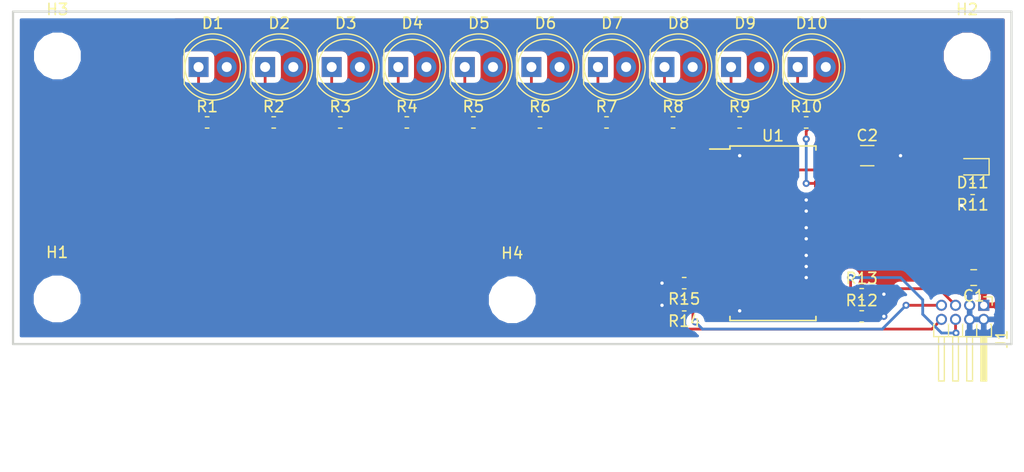
<source format=kicad_pcb>
(kicad_pcb (version 20171130) (host pcbnew 5.0.1)

  (general
    (thickness 1.6)
    (drawings 4)
    (tracks 166)
    (zones 0)
    (modules 34)
    (nets 28)
  )

  (page A4)
  (layers
    (0 F.Cu signal)
    (31 B.Cu signal)
    (32 B.Adhes user)
    (33 F.Adhes user)
    (34 B.Paste user)
    (35 F.Paste user)
    (36 B.SilkS user)
    (37 F.SilkS user)
    (38 B.Mask user)
    (39 F.Mask user)
    (40 Dwgs.User user)
    (41 Cmts.User user)
    (42 Eco1.User user)
    (43 Eco2.User user)
    (44 Edge.Cuts user)
    (45 Margin user)
    (46 B.CrtYd user)
    (47 F.CrtYd user)
    (48 B.Fab user)
    (49 F.Fab user)
  )

  (setup
    (last_trace_width 0.25)
    (trace_clearance 0.2032)
    (zone_clearance 0.508)
    (zone_45_only no)
    (trace_min 0.2)
    (segment_width 0.2)
    (edge_width 0.15)
    (via_size 0.635)
    (via_drill 0.3048)
    (via_min_size 0.4)
    (via_min_drill 0.3)
    (uvia_size 0.508)
    (uvia_drill 0.127)
    (uvias_allowed no)
    (uvia_min_size 0.2)
    (uvia_min_drill 0.1)
    (pcb_text_width 0.3)
    (pcb_text_size 1.5 1.5)
    (mod_edge_width 0.15)
    (mod_text_size 1 1)
    (mod_text_width 0.15)
    (pad_size 1.8 1.8)
    (pad_drill 0.9)
    (pad_to_mask_clearance 0.051)
    (solder_mask_min_width 0.25)
    (aux_axis_origin 0 0)
    (visible_elements 7FFFFFFF)
    (pcbplotparams
      (layerselection 0x010f0_ffffffff)
      (usegerberextensions true)
      (usegerberattributes false)
      (usegerberadvancedattributes false)
      (creategerberjobfile true)
      (excludeedgelayer true)
      (linewidth 0.100000)
      (plotframeref false)
      (viasonmask false)
      (mode 1)
      (useauxorigin false)
      (hpglpennumber 1)
      (hpglpenspeed 20)
      (hpglpendiameter 15.000000)
      (psnegative false)
      (psa4output false)
      (plotreference true)
      (plotvalue true)
      (plotinvisibletext false)
      (padsonsilk false)
      (subtractmaskfromsilk false)
      (outputformat 1)
      (mirror false)
      (drillshape 0)
      (scaleselection 1)
      (outputdirectory "gerber/"))
  )

  (net 0 "")
  (net 1 "Net-(D8-Pad1)")
  (net 2 "Net-(R8-Pad2)")
  (net 3 "Net-(R7-Pad2)")
  (net 4 "Net-(D7-Pad1)")
  (net 5 "Net-(D6-Pad1)")
  (net 6 "Net-(R6-Pad2)")
  (net 7 "Net-(R5-Pad2)")
  (net 8 "Net-(D5-Pad1)")
  (net 9 "Net-(D4-Pad1)")
  (net 10 "Net-(R4-Pad2)")
  (net 11 "Net-(R3-Pad2)")
  (net 12 "Net-(D3-Pad1)")
  (net 13 "Net-(D2-Pad1)")
  (net 14 "Net-(R2-Pad2)")
  (net 15 "Net-(R1-Pad2)")
  (net 16 "Net-(D1-Pad1)")
  (net 17 "Net-(D10-Pad1)")
  (net 18 "Net-(R10-Pad2)")
  (net 19 "Net-(R9-Pad2)")
  (net 20 "Net-(D9-Pad1)")
  (net 21 GND)
  (net 22 +5V)
  (net 23 S1)
  (net 24 S2)
  (net 25 S3)
  (net 26 "Net-(D11-Pad1)")
  (net 27 S0)

  (net_class Default "This is the default net class."
    (clearance 0.2032)
    (trace_width 0.25)
    (via_dia 0.635)
    (via_drill 0.3048)
    (uvia_dia 0.508)
    (uvia_drill 0.127)
    (add_net +5V)
    (add_net GND)
    (add_net "Net-(D1-Pad1)")
    (add_net "Net-(D10-Pad1)")
    (add_net "Net-(D11-Pad1)")
    (add_net "Net-(D2-Pad1)")
    (add_net "Net-(D3-Pad1)")
    (add_net "Net-(D4-Pad1)")
    (add_net "Net-(D5-Pad1)")
    (add_net "Net-(D6-Pad1)")
    (add_net "Net-(D7-Pad1)")
    (add_net "Net-(D8-Pad1)")
    (add_net "Net-(D9-Pad1)")
    (add_net "Net-(R1-Pad2)")
    (add_net "Net-(R10-Pad2)")
    (add_net "Net-(R2-Pad2)")
    (add_net "Net-(R3-Pad2)")
    (add_net "Net-(R4-Pad2)")
    (add_net "Net-(R5-Pad2)")
    (add_net "Net-(R6-Pad2)")
    (add_net "Net-(R7-Pad2)")
    (add_net "Net-(R8-Pad2)")
    (add_net "Net-(R9-Pad2)")
    (add_net S0)
    (add_net S1)
    (add_net S2)
    (add_net S3)
  )

  (module MountingHole:MountingHole_3.2mm_M3 (layer F.Cu) (tedit 56D1B4CB) (tstamp 5C3AA988)
    (at 45 26)
    (descr "Mounting Hole 3.2mm, no annular, M3")
    (tags "mounting hole 3.2mm no annular m3")
    (path /5C3C12F4)
    (attr virtual)
    (fp_text reference H4 (at 0 -4.2) (layer F.SilkS)
      (effects (font (size 1 1) (thickness 0.15)))
    )
    (fp_text value MountingHole (at 0 4.2) (layer F.Fab)
      (effects (font (size 1 1) (thickness 0.15)))
    )
    (fp_circle (center 0 0) (end 3.45 0) (layer F.CrtYd) (width 0.05))
    (fp_circle (center 0 0) (end 3.2 0) (layer Cmts.User) (width 0.15))
    (fp_text user %R (at 0.3 0) (layer F.Fab)
      (effects (font (size 1 1) (thickness 0.15)))
    )
    (pad 1 np_thru_hole circle (at 0 0) (size 3.2 3.2) (drill 3.2) (layers *.Cu *.Mask))
  )

  (module MountingHole:MountingHole_3.2mm_M3 (layer F.Cu) (tedit 56D1B4CB) (tstamp 5C3AA980)
    (at 86 4)
    (descr "Mounting Hole 3.2mm, no annular, M3")
    (tags "mounting hole 3.2mm no annular m3")
    (path /5C3BB278)
    (attr virtual)
    (fp_text reference H2 (at 0 -4.2) (layer F.SilkS)
      (effects (font (size 1 1) (thickness 0.15)))
    )
    (fp_text value MountingHole (at 0 4.2) (layer F.Fab)
      (effects (font (size 1 1) (thickness 0.15)))
    )
    (fp_text user %R (at 0.3 0) (layer F.Fab)
      (effects (font (size 1 1) (thickness 0.15)))
    )
    (fp_circle (center 0 0) (end 3.2 0) (layer Cmts.User) (width 0.15))
    (fp_circle (center 0 0) (end 3.45 0) (layer F.CrtYd) (width 0.05))
    (pad 1 np_thru_hole circle (at 0 0) (size 3.2 3.2) (drill 3.2) (layers *.Cu *.Mask))
  )

  (module MountingHole:MountingHole_3.2mm_M3 (layer F.Cu) (tedit 56D1B4CB) (tstamp 5C3AA978)
    (at 3.975001 25.925001)
    (descr "Mounting Hole 3.2mm, no annular, M3")
    (tags "mounting hole 3.2mm no annular m3")
    (path /5C3BAF53)
    (attr virtual)
    (fp_text reference H1 (at 0 -4.2) (layer F.SilkS)
      (effects (font (size 1 1) (thickness 0.15)))
    )
    (fp_text value MountingHole (at 0 4.2) (layer F.Fab)
      (effects (font (size 1 1) (thickness 0.15)))
    )
    (fp_circle (center 0 0) (end 3.45 0) (layer F.CrtYd) (width 0.05))
    (fp_circle (center 0 0) (end 3.2 0) (layer Cmts.User) (width 0.15))
    (fp_text user %R (at 0.3 0) (layer F.Fab)
      (effects (font (size 1 1) (thickness 0.15)))
    )
    (pad 1 np_thru_hole circle (at 0 0) (size 3.2 3.2) (drill 3.2) (layers *.Cu *.Mask))
  )

  (module MountingHole:MountingHole_3.2mm_M3 (layer F.Cu) (tedit 56D1B4CB) (tstamp 5C3AA970)
    (at 4 4)
    (descr "Mounting Hole 3.2mm, no annular, M3")
    (tags "mounting hole 3.2mm no annular m3")
    (path /5C3BE2AD)
    (attr virtual)
    (fp_text reference H3 (at 0 -4.2) (layer F.SilkS)
      (effects (font (size 1 1) (thickness 0.15)))
    )
    (fp_text value MountingHole (at 0 4.2) (layer F.Fab)
      (effects (font (size 1 1) (thickness 0.15)))
    )
    (fp_text user %R (at 0.3 0) (layer F.Fab)
      (effects (font (size 1 1) (thickness 0.15)))
    )
    (fp_circle (center 0 0) (end 3.2 0) (layer Cmts.User) (width 0.15))
    (fp_circle (center 0 0) (end 3.45 0) (layer F.CrtYd) (width 0.05))
    (pad 1 np_thru_hole circle (at 0 0) (size 3.2 3.2) (drill 3.2) (layers *.Cu *.Mask))
  )

  (module Package_SO:SOIC-24W_7.5x15.4mm_P1.27mm (layer F.Cu) (tedit 5BFDC568) (tstamp 5C0A2AA0)
    (at 68.5 20)
    (descr "24-Lead Plastic Small Outline (SO) - Wide, 7.50 mm Body [SOIC] (see Microchip Packaging Specification 00000049BS.pdf)")
    (tags "SOIC 1.27")
    (path /5BFDFCA1)
    (attr smd)
    (fp_text reference U1 (at 0 -8.8) (layer F.SilkS)
      (effects (font (size 1 1) (thickness 0.15)))
    )
    (fp_text value CD74HC4067M (at 0 8.8) (layer F.Fab)
      (effects (font (size 1 1) (thickness 0.15)))
    )
    (fp_text user %R (at 0 0) (layer F.Fab)
      (effects (font (size 1 1) (thickness 0.15)))
    )
    (fp_line (start -2.75 -7.7) (end 3.75 -7.7) (layer F.Fab) (width 0.15))
    (fp_line (start 3.75 -7.7) (end 3.75 7.7) (layer F.Fab) (width 0.15))
    (fp_line (start 3.75 7.7) (end -3.75 7.7) (layer F.Fab) (width 0.15))
    (fp_line (start -3.75 7.7) (end -3.75 -6.7) (layer F.Fab) (width 0.15))
    (fp_line (start -3.75 -6.7) (end -2.75 -7.7) (layer F.Fab) (width 0.15))
    (fp_line (start -5.95 -8.05) (end -5.95 8.05) (layer F.CrtYd) (width 0.05))
    (fp_line (start 5.95 -8.05) (end 5.95 8.05) (layer F.CrtYd) (width 0.05))
    (fp_line (start -5.95 -8.05) (end 5.95 -8.05) (layer F.CrtYd) (width 0.05))
    (fp_line (start -5.95 8.05) (end 5.95 8.05) (layer F.CrtYd) (width 0.05))
    (fp_line (start -3.875 -7.875) (end -3.875 -7.6) (layer F.SilkS) (width 0.15))
    (fp_line (start 3.875 -7.875) (end 3.875 -7.51) (layer F.SilkS) (width 0.15))
    (fp_line (start 3.875 7.875) (end 3.875 7.51) (layer F.SilkS) (width 0.15))
    (fp_line (start -3.875 7.875) (end -3.875 7.51) (layer F.SilkS) (width 0.15))
    (fp_line (start -3.875 -7.875) (end 3.875 -7.875) (layer F.SilkS) (width 0.15))
    (fp_line (start -3.875 7.875) (end 3.875 7.875) (layer F.SilkS) (width 0.15))
    (fp_line (start -3.875 -7.6) (end -5.7 -7.6) (layer F.SilkS) (width 0.15))
    (pad 1 smd rect (at -4.7 -6.985) (size 2 0.6) (layers F.Cu F.Paste F.Mask)
      (net 21 GND))
    (pad 2 smd rect (at -4.7 -5.715) (size 2 0.6) (layers F.Cu F.Paste F.Mask)
      (net 2 "Net-(R8-Pad2)"))
    (pad 3 smd rect (at -4.7 -4.445) (size 2 0.6) (layers F.Cu F.Paste F.Mask)
      (net 3 "Net-(R7-Pad2)"))
    (pad 4 smd rect (at -4.7 -3.175) (size 2 0.6) (layers F.Cu F.Paste F.Mask)
      (net 6 "Net-(R6-Pad2)"))
    (pad 5 smd rect (at -4.7 -1.905) (size 2 0.6) (layers F.Cu F.Paste F.Mask)
      (net 7 "Net-(R5-Pad2)"))
    (pad 6 smd rect (at -4.7 -0.635) (size 2 0.6) (layers F.Cu F.Paste F.Mask)
      (net 10 "Net-(R4-Pad2)"))
    (pad 7 smd rect (at -4.7 0.635) (size 2 0.6) (layers F.Cu F.Paste F.Mask)
      (net 11 "Net-(R3-Pad2)"))
    (pad 8 smd rect (at -4.7 1.905) (size 2 0.6) (layers F.Cu F.Paste F.Mask)
      (net 14 "Net-(R2-Pad2)"))
    (pad 9 smd rect (at -4.7 3.175) (size 2 0.6) (layers F.Cu F.Paste F.Mask)
      (net 15 "Net-(R1-Pad2)"))
    (pad 10 smd rect (at -4.7 4.445) (size 2 0.6) (layers F.Cu F.Paste F.Mask)
      (net 27 S0))
    (pad 11 smd rect (at -4.7 5.715) (size 2 0.6) (layers F.Cu F.Paste F.Mask)
      (net 23 S1))
    (pad 12 smd rect (at -4.7 6.985) (size 2 0.6) (layers F.Cu F.Paste F.Mask)
      (net 21 GND))
    (pad 13 smd rect (at 4.7 6.985) (size 2 0.6) (layers F.Cu F.Paste F.Mask)
      (net 25 S3))
    (pad 14 smd rect (at 4.7 5.715) (size 2 0.6) (layers F.Cu F.Paste F.Mask)
      (net 24 S2))
    (pad 15 smd rect (at 4.7 4.445) (size 2 0.6) (layers F.Cu F.Paste F.Mask)
      (net 21 GND))
    (pad 16 smd rect (at 4.7 3.175) (size 2 0.6) (layers F.Cu F.Paste F.Mask)
      (net 21 GND))
    (pad 17 smd rect (at 4.7 1.905) (size 2 0.6) (layers F.Cu F.Paste F.Mask)
      (net 21 GND))
    (pad 18 smd rect (at 4.7 0.635) (size 2 0.6) (layers F.Cu F.Paste F.Mask)
      (net 21 GND))
    (pad 19 smd rect (at 4.7 -0.635) (size 2 0.6) (layers F.Cu F.Paste F.Mask)
      (net 21 GND))
    (pad 20 smd rect (at 4.7 -1.905) (size 2 0.6) (layers F.Cu F.Paste F.Mask)
      (net 21 GND))
    (pad 21 smd rect (at 4.7 -3.175) (size 2 0.6) (layers F.Cu F.Paste F.Mask)
      (net 21 GND))
    (pad 22 smd rect (at 4.7 -4.445) (size 2 0.6) (layers F.Cu F.Paste F.Mask)
      (net 18 "Net-(R10-Pad2)"))
    (pad 23 smd rect (at 4.7 -5.715) (size 2 0.6) (layers F.Cu F.Paste F.Mask)
      (net 19 "Net-(R9-Pad2)"))
    (pad 24 smd rect (at 4.7 -6.985) (size 2 0.6) (layers F.Cu F.Paste F.Mask)
      (net 22 +5V))
    (model ${KISYS3DMOD}/Package_SO.3dshapes/SOIC-24W_7.5x15.4mm_P1.27mm.wrl
      (at (xyz 0 0 0))
      (scale (xyz 1 1 1))
      (rotate (xyz 0 0 0))
    )
  )

  (module Resistor_SMD:R_0603_1608Metric (layer F.Cu) (tedit 5B301BBD) (tstamp 5C459A64)
    (at 60.5 24.5 180)
    (descr "Resistor SMD 0603 (1608 Metric), square (rectangular) end terminal, IPC_7351 nominal, (Body size source: http://www.tortai-tech.com/upload/download/2011102023233369053.pdf), generated with kicad-footprint-generator")
    (tags resistor)
    (path /5C433245)
    (attr smd)
    (fp_text reference R15 (at 0 -1.43 180) (layer F.SilkS)
      (effects (font (size 1 1) (thickness 0.15)))
    )
    (fp_text value 10k (at 0 1.43 180) (layer F.Fab)
      (effects (font (size 1 1) (thickness 0.15)))
    )
    (fp_line (start -0.8 0.4) (end -0.8 -0.4) (layer F.Fab) (width 0.1))
    (fp_line (start -0.8 -0.4) (end 0.8 -0.4) (layer F.Fab) (width 0.1))
    (fp_line (start 0.8 -0.4) (end 0.8 0.4) (layer F.Fab) (width 0.1))
    (fp_line (start 0.8 0.4) (end -0.8 0.4) (layer F.Fab) (width 0.1))
    (fp_line (start -0.162779 -0.51) (end 0.162779 -0.51) (layer F.SilkS) (width 0.12))
    (fp_line (start -0.162779 0.51) (end 0.162779 0.51) (layer F.SilkS) (width 0.12))
    (fp_line (start -1.48 0.73) (end -1.48 -0.73) (layer F.CrtYd) (width 0.05))
    (fp_line (start -1.48 -0.73) (end 1.48 -0.73) (layer F.CrtYd) (width 0.05))
    (fp_line (start 1.48 -0.73) (end 1.48 0.73) (layer F.CrtYd) (width 0.05))
    (fp_line (start 1.48 0.73) (end -1.48 0.73) (layer F.CrtYd) (width 0.05))
    (fp_text user %R (at 0 0 180) (layer F.Fab)
      (effects (font (size 0.4 0.4) (thickness 0.06)))
    )
    (pad 1 smd roundrect (at -0.7875 0 180) (size 0.875 0.95) (layers F.Cu F.Paste F.Mask) (roundrect_rratio 0.25)
      (net 27 S0))
    (pad 2 smd roundrect (at 0.7875 0 180) (size 0.875 0.95) (layers F.Cu F.Paste F.Mask) (roundrect_rratio 0.25)
      (net 21 GND))
    (model ${KISYS3DMOD}/Resistor_SMD.3dshapes/R_0603_1608Metric.wrl
      (at (xyz 0 0 0))
      (scale (xyz 1 1 1))
      (rotate (xyz 0 0 0))
    )
  )

  (module Resistor_SMD:R_0603_1608Metric (layer F.Cu) (tedit 5B301BBD) (tstamp 5C459A54)
    (at 23.5 10)
    (descr "Resistor SMD 0603 (1608 Metric), square (rectangular) end terminal, IPC_7351 nominal, (Body size source: http://www.tortai-tech.com/upload/download/2011102023233369053.pdf), generated with kicad-footprint-generator")
    (tags resistor)
    (path /5C01CDCA)
    (attr smd)
    (fp_text reference R2 (at 0 -1.43) (layer F.SilkS)
      (effects (font (size 1 1) (thickness 0.15)))
    )
    (fp_text value 125 (at 0 1.43) (layer F.Fab)
      (effects (font (size 1 1) (thickness 0.15)))
    )
    (fp_text user %R (at 0 0) (layer F.Fab)
      (effects (font (size 0.4 0.4) (thickness 0.06)))
    )
    (fp_line (start 1.48 0.73) (end -1.48 0.73) (layer F.CrtYd) (width 0.05))
    (fp_line (start 1.48 -0.73) (end 1.48 0.73) (layer F.CrtYd) (width 0.05))
    (fp_line (start -1.48 -0.73) (end 1.48 -0.73) (layer F.CrtYd) (width 0.05))
    (fp_line (start -1.48 0.73) (end -1.48 -0.73) (layer F.CrtYd) (width 0.05))
    (fp_line (start -0.162779 0.51) (end 0.162779 0.51) (layer F.SilkS) (width 0.12))
    (fp_line (start -0.162779 -0.51) (end 0.162779 -0.51) (layer F.SilkS) (width 0.12))
    (fp_line (start 0.8 0.4) (end -0.8 0.4) (layer F.Fab) (width 0.1))
    (fp_line (start 0.8 -0.4) (end 0.8 0.4) (layer F.Fab) (width 0.1))
    (fp_line (start -0.8 -0.4) (end 0.8 -0.4) (layer F.Fab) (width 0.1))
    (fp_line (start -0.8 0.4) (end -0.8 -0.4) (layer F.Fab) (width 0.1))
    (pad 2 smd roundrect (at 0.7875 0) (size 0.875 0.95) (layers F.Cu F.Paste F.Mask) (roundrect_rratio 0.25)
      (net 14 "Net-(R2-Pad2)"))
    (pad 1 smd roundrect (at -0.7875 0) (size 0.875 0.95) (layers F.Cu F.Paste F.Mask) (roundrect_rratio 0.25)
      (net 13 "Net-(D2-Pad1)"))
    (model ${KISYS3DMOD}/Resistor_SMD.3dshapes/R_0603_1608Metric.wrl
      (at (xyz 0 0 0))
      (scale (xyz 1 1 1))
      (rotate (xyz 0 0 0))
    )
  )

  (module Resistor_SMD:R_0603_1608Metric (layer F.Cu) (tedit 5B301BBD) (tstamp 5C459A44)
    (at 17.5 10)
    (descr "Resistor SMD 0603 (1608 Metric), square (rectangular) end terminal, IPC_7351 nominal, (Body size source: http://www.tortai-tech.com/upload/download/2011102023233369053.pdf), generated with kicad-footprint-generator")
    (tags resistor)
    (path /5C017A46)
    (attr smd)
    (fp_text reference R1 (at 0 -1.43) (layer F.SilkS)
      (effects (font (size 1 1) (thickness 0.15)))
    )
    (fp_text value 125 (at 0 1.43) (layer F.Fab)
      (effects (font (size 1 1) (thickness 0.15)))
    )
    (fp_line (start -0.8 0.4) (end -0.8 -0.4) (layer F.Fab) (width 0.1))
    (fp_line (start -0.8 -0.4) (end 0.8 -0.4) (layer F.Fab) (width 0.1))
    (fp_line (start 0.8 -0.4) (end 0.8 0.4) (layer F.Fab) (width 0.1))
    (fp_line (start 0.8 0.4) (end -0.8 0.4) (layer F.Fab) (width 0.1))
    (fp_line (start -0.162779 -0.51) (end 0.162779 -0.51) (layer F.SilkS) (width 0.12))
    (fp_line (start -0.162779 0.51) (end 0.162779 0.51) (layer F.SilkS) (width 0.12))
    (fp_line (start -1.48 0.73) (end -1.48 -0.73) (layer F.CrtYd) (width 0.05))
    (fp_line (start -1.48 -0.73) (end 1.48 -0.73) (layer F.CrtYd) (width 0.05))
    (fp_line (start 1.48 -0.73) (end 1.48 0.73) (layer F.CrtYd) (width 0.05))
    (fp_line (start 1.48 0.73) (end -1.48 0.73) (layer F.CrtYd) (width 0.05))
    (fp_text user %R (at 0 0) (layer F.Fab)
      (effects (font (size 0.4 0.4) (thickness 0.06)))
    )
    (pad 1 smd roundrect (at -0.7875 0) (size 0.875 0.95) (layers F.Cu F.Paste F.Mask) (roundrect_rratio 0.25)
      (net 16 "Net-(D1-Pad1)"))
    (pad 2 smd roundrect (at 0.7875 0) (size 0.875 0.95) (layers F.Cu F.Paste F.Mask) (roundrect_rratio 0.25)
      (net 15 "Net-(R1-Pad2)"))
    (model ${KISYS3DMOD}/Resistor_SMD.3dshapes/R_0603_1608Metric.wrl
      (at (xyz 0 0 0))
      (scale (xyz 1 1 1))
      (rotate (xyz 0 0 0))
    )
  )

  (module Resistor_SMD:R_0603_1608Metric (layer F.Cu) (tedit 5B301BBD) (tstamp 5C459A34)
    (at 29.5 10)
    (descr "Resistor SMD 0603 (1608 Metric), square (rectangular) end terminal, IPC_7351 nominal, (Body size source: http://www.tortai-tech.com/upload/download/2011102023233369053.pdf), generated with kicad-footprint-generator")
    (tags resistor)
    (path /5C01E9B3)
    (attr smd)
    (fp_text reference R3 (at 0 -1.43) (layer F.SilkS)
      (effects (font (size 1 1) (thickness 0.15)))
    )
    (fp_text value 125 (at 0 1.43) (layer F.Fab)
      (effects (font (size 1 1) (thickness 0.15)))
    )
    (fp_text user %R (at 0 0) (layer F.Fab)
      (effects (font (size 0.4 0.4) (thickness 0.06)))
    )
    (fp_line (start 1.48 0.73) (end -1.48 0.73) (layer F.CrtYd) (width 0.05))
    (fp_line (start 1.48 -0.73) (end 1.48 0.73) (layer F.CrtYd) (width 0.05))
    (fp_line (start -1.48 -0.73) (end 1.48 -0.73) (layer F.CrtYd) (width 0.05))
    (fp_line (start -1.48 0.73) (end -1.48 -0.73) (layer F.CrtYd) (width 0.05))
    (fp_line (start -0.162779 0.51) (end 0.162779 0.51) (layer F.SilkS) (width 0.12))
    (fp_line (start -0.162779 -0.51) (end 0.162779 -0.51) (layer F.SilkS) (width 0.12))
    (fp_line (start 0.8 0.4) (end -0.8 0.4) (layer F.Fab) (width 0.1))
    (fp_line (start 0.8 -0.4) (end 0.8 0.4) (layer F.Fab) (width 0.1))
    (fp_line (start -0.8 -0.4) (end 0.8 -0.4) (layer F.Fab) (width 0.1))
    (fp_line (start -0.8 0.4) (end -0.8 -0.4) (layer F.Fab) (width 0.1))
    (pad 2 smd roundrect (at 0.7875 0) (size 0.875 0.95) (layers F.Cu F.Paste F.Mask) (roundrect_rratio 0.25)
      (net 11 "Net-(R3-Pad2)"))
    (pad 1 smd roundrect (at -0.7875 0) (size 0.875 0.95) (layers F.Cu F.Paste F.Mask) (roundrect_rratio 0.25)
      (net 12 "Net-(D3-Pad1)"))
    (model ${KISYS3DMOD}/Resistor_SMD.3dshapes/R_0603_1608Metric.wrl
      (at (xyz 0 0 0))
      (scale (xyz 1 1 1))
      (rotate (xyz 0 0 0))
    )
  )

  (module Resistor_SMD:R_0603_1608Metric (layer F.Cu) (tedit 5B301BBD) (tstamp 5C459A24)
    (at 35.5 10)
    (descr "Resistor SMD 0603 (1608 Metric), square (rectangular) end terminal, IPC_7351 nominal, (Body size source: http://www.tortai-tech.com/upload/download/2011102023233369053.pdf), generated with kicad-footprint-generator")
    (tags resistor)
    (path /5C01E9BA)
    (attr smd)
    (fp_text reference R4 (at 0 -1.43) (layer F.SilkS)
      (effects (font (size 1 1) (thickness 0.15)))
    )
    (fp_text value 125 (at 0 1.43) (layer F.Fab)
      (effects (font (size 1 1) (thickness 0.15)))
    )
    (fp_line (start -0.8 0.4) (end -0.8 -0.4) (layer F.Fab) (width 0.1))
    (fp_line (start -0.8 -0.4) (end 0.8 -0.4) (layer F.Fab) (width 0.1))
    (fp_line (start 0.8 -0.4) (end 0.8 0.4) (layer F.Fab) (width 0.1))
    (fp_line (start 0.8 0.4) (end -0.8 0.4) (layer F.Fab) (width 0.1))
    (fp_line (start -0.162779 -0.51) (end 0.162779 -0.51) (layer F.SilkS) (width 0.12))
    (fp_line (start -0.162779 0.51) (end 0.162779 0.51) (layer F.SilkS) (width 0.12))
    (fp_line (start -1.48 0.73) (end -1.48 -0.73) (layer F.CrtYd) (width 0.05))
    (fp_line (start -1.48 -0.73) (end 1.48 -0.73) (layer F.CrtYd) (width 0.05))
    (fp_line (start 1.48 -0.73) (end 1.48 0.73) (layer F.CrtYd) (width 0.05))
    (fp_line (start 1.48 0.73) (end -1.48 0.73) (layer F.CrtYd) (width 0.05))
    (fp_text user %R (at 0 0) (layer F.Fab)
      (effects (font (size 0.4 0.4) (thickness 0.06)))
    )
    (pad 1 smd roundrect (at -0.7875 0) (size 0.875 0.95) (layers F.Cu F.Paste F.Mask) (roundrect_rratio 0.25)
      (net 9 "Net-(D4-Pad1)"))
    (pad 2 smd roundrect (at 0.7875 0) (size 0.875 0.95) (layers F.Cu F.Paste F.Mask) (roundrect_rratio 0.25)
      (net 10 "Net-(R4-Pad2)"))
    (model ${KISYS3DMOD}/Resistor_SMD.3dshapes/R_0603_1608Metric.wrl
      (at (xyz 0 0 0))
      (scale (xyz 1 1 1))
      (rotate (xyz 0 0 0))
    )
  )

  (module Resistor_SMD:R_0603_1608Metric (layer F.Cu) (tedit 5B301BBD) (tstamp 5C459A14)
    (at 41.5 10)
    (descr "Resistor SMD 0603 (1608 Metric), square (rectangular) end terminal, IPC_7351 nominal, (Body size source: http://www.tortai-tech.com/upload/download/2011102023233369053.pdf), generated with kicad-footprint-generator")
    (tags resistor)
    (path /5C020592)
    (attr smd)
    (fp_text reference R5 (at 0 -1.43) (layer F.SilkS)
      (effects (font (size 1 1) (thickness 0.15)))
    )
    (fp_text value 125 (at 0 1.43) (layer F.Fab)
      (effects (font (size 1 1) (thickness 0.15)))
    )
    (fp_text user %R (at 0 0) (layer F.Fab)
      (effects (font (size 0.4 0.4) (thickness 0.06)))
    )
    (fp_line (start 1.48 0.73) (end -1.48 0.73) (layer F.CrtYd) (width 0.05))
    (fp_line (start 1.48 -0.73) (end 1.48 0.73) (layer F.CrtYd) (width 0.05))
    (fp_line (start -1.48 -0.73) (end 1.48 -0.73) (layer F.CrtYd) (width 0.05))
    (fp_line (start -1.48 0.73) (end -1.48 -0.73) (layer F.CrtYd) (width 0.05))
    (fp_line (start -0.162779 0.51) (end 0.162779 0.51) (layer F.SilkS) (width 0.12))
    (fp_line (start -0.162779 -0.51) (end 0.162779 -0.51) (layer F.SilkS) (width 0.12))
    (fp_line (start 0.8 0.4) (end -0.8 0.4) (layer F.Fab) (width 0.1))
    (fp_line (start 0.8 -0.4) (end 0.8 0.4) (layer F.Fab) (width 0.1))
    (fp_line (start -0.8 -0.4) (end 0.8 -0.4) (layer F.Fab) (width 0.1))
    (fp_line (start -0.8 0.4) (end -0.8 -0.4) (layer F.Fab) (width 0.1))
    (pad 2 smd roundrect (at 0.7875 0) (size 0.875 0.95) (layers F.Cu F.Paste F.Mask) (roundrect_rratio 0.25)
      (net 7 "Net-(R5-Pad2)"))
    (pad 1 smd roundrect (at -0.7875 0) (size 0.875 0.95) (layers F.Cu F.Paste F.Mask) (roundrect_rratio 0.25)
      (net 8 "Net-(D5-Pad1)"))
    (model ${KISYS3DMOD}/Resistor_SMD.3dshapes/R_0603_1608Metric.wrl
      (at (xyz 0 0 0))
      (scale (xyz 1 1 1))
      (rotate (xyz 0 0 0))
    )
  )

  (module Resistor_SMD:R_0603_1608Metric (layer F.Cu) (tedit 5B301BBD) (tstamp 5C459A04)
    (at 47.5 10)
    (descr "Resistor SMD 0603 (1608 Metric), square (rectangular) end terminal, IPC_7351 nominal, (Body size source: http://www.tortai-tech.com/upload/download/2011102023233369053.pdf), generated with kicad-footprint-generator")
    (tags resistor)
    (path /5C022202)
    (attr smd)
    (fp_text reference R6 (at 0 -1.43) (layer F.SilkS)
      (effects (font (size 1 1) (thickness 0.15)))
    )
    (fp_text value 125 (at 0 1.43) (layer F.Fab)
      (effects (font (size 1 1) (thickness 0.15)))
    )
    (fp_line (start -0.8 0.4) (end -0.8 -0.4) (layer F.Fab) (width 0.1))
    (fp_line (start -0.8 -0.4) (end 0.8 -0.4) (layer F.Fab) (width 0.1))
    (fp_line (start 0.8 -0.4) (end 0.8 0.4) (layer F.Fab) (width 0.1))
    (fp_line (start 0.8 0.4) (end -0.8 0.4) (layer F.Fab) (width 0.1))
    (fp_line (start -0.162779 -0.51) (end 0.162779 -0.51) (layer F.SilkS) (width 0.12))
    (fp_line (start -0.162779 0.51) (end 0.162779 0.51) (layer F.SilkS) (width 0.12))
    (fp_line (start -1.48 0.73) (end -1.48 -0.73) (layer F.CrtYd) (width 0.05))
    (fp_line (start -1.48 -0.73) (end 1.48 -0.73) (layer F.CrtYd) (width 0.05))
    (fp_line (start 1.48 -0.73) (end 1.48 0.73) (layer F.CrtYd) (width 0.05))
    (fp_line (start 1.48 0.73) (end -1.48 0.73) (layer F.CrtYd) (width 0.05))
    (fp_text user %R (at 0 0) (layer F.Fab)
      (effects (font (size 0.4 0.4) (thickness 0.06)))
    )
    (pad 1 smd roundrect (at -0.7875 0) (size 0.875 0.95) (layers F.Cu F.Paste F.Mask) (roundrect_rratio 0.25)
      (net 5 "Net-(D6-Pad1)"))
    (pad 2 smd roundrect (at 0.7875 0) (size 0.875 0.95) (layers F.Cu F.Paste F.Mask) (roundrect_rratio 0.25)
      (net 6 "Net-(R6-Pad2)"))
    (model ${KISYS3DMOD}/Resistor_SMD.3dshapes/R_0603_1608Metric.wrl
      (at (xyz 0 0 0))
      (scale (xyz 1 1 1))
      (rotate (xyz 0 0 0))
    )
  )

  (module Resistor_SMD:R_0603_1608Metric (layer F.Cu) (tedit 5B301BBD) (tstamp 5C4599F4)
    (at 53.5 10)
    (descr "Resistor SMD 0603 (1608 Metric), square (rectangular) end terminal, IPC_7351 nominal, (Body size source: http://www.tortai-tech.com/upload/download/2011102023233369053.pdf), generated with kicad-footprint-generator")
    (tags resistor)
    (path /5C022209)
    (attr smd)
    (fp_text reference R7 (at 0 -1.43) (layer F.SilkS)
      (effects (font (size 1 1) (thickness 0.15)))
    )
    (fp_text value 125 (at 0 1.43) (layer F.Fab)
      (effects (font (size 1 1) (thickness 0.15)))
    )
    (fp_text user %R (at 0 0) (layer F.Fab)
      (effects (font (size 0.4 0.4) (thickness 0.06)))
    )
    (fp_line (start 1.48 0.73) (end -1.48 0.73) (layer F.CrtYd) (width 0.05))
    (fp_line (start 1.48 -0.73) (end 1.48 0.73) (layer F.CrtYd) (width 0.05))
    (fp_line (start -1.48 -0.73) (end 1.48 -0.73) (layer F.CrtYd) (width 0.05))
    (fp_line (start -1.48 0.73) (end -1.48 -0.73) (layer F.CrtYd) (width 0.05))
    (fp_line (start -0.162779 0.51) (end 0.162779 0.51) (layer F.SilkS) (width 0.12))
    (fp_line (start -0.162779 -0.51) (end 0.162779 -0.51) (layer F.SilkS) (width 0.12))
    (fp_line (start 0.8 0.4) (end -0.8 0.4) (layer F.Fab) (width 0.1))
    (fp_line (start 0.8 -0.4) (end 0.8 0.4) (layer F.Fab) (width 0.1))
    (fp_line (start -0.8 -0.4) (end 0.8 -0.4) (layer F.Fab) (width 0.1))
    (fp_line (start -0.8 0.4) (end -0.8 -0.4) (layer F.Fab) (width 0.1))
    (pad 2 smd roundrect (at 0.7875 0) (size 0.875 0.95) (layers F.Cu F.Paste F.Mask) (roundrect_rratio 0.25)
      (net 3 "Net-(R7-Pad2)"))
    (pad 1 smd roundrect (at -0.7875 0) (size 0.875 0.95) (layers F.Cu F.Paste F.Mask) (roundrect_rratio 0.25)
      (net 4 "Net-(D7-Pad1)"))
    (model ${KISYS3DMOD}/Resistor_SMD.3dshapes/R_0603_1608Metric.wrl
      (at (xyz 0 0 0))
      (scale (xyz 1 1 1))
      (rotate (xyz 0 0 0))
    )
  )

  (module Resistor_SMD:R_0603_1608Metric (layer F.Cu) (tedit 5B301BBD) (tstamp 5C4599E4)
    (at 59.5 10)
    (descr "Resistor SMD 0603 (1608 Metric), square (rectangular) end terminal, IPC_7351 nominal, (Body size source: http://www.tortai-tech.com/upload/download/2011102023233369053.pdf), generated with kicad-footprint-generator")
    (tags resistor)
    (path /5C022210)
    (attr smd)
    (fp_text reference R8 (at 0 -1.43) (layer F.SilkS)
      (effects (font (size 1 1) (thickness 0.15)))
    )
    (fp_text value 125 (at 0 1.43) (layer F.Fab)
      (effects (font (size 1 1) (thickness 0.15)))
    )
    (fp_line (start -0.8 0.4) (end -0.8 -0.4) (layer F.Fab) (width 0.1))
    (fp_line (start -0.8 -0.4) (end 0.8 -0.4) (layer F.Fab) (width 0.1))
    (fp_line (start 0.8 -0.4) (end 0.8 0.4) (layer F.Fab) (width 0.1))
    (fp_line (start 0.8 0.4) (end -0.8 0.4) (layer F.Fab) (width 0.1))
    (fp_line (start -0.162779 -0.51) (end 0.162779 -0.51) (layer F.SilkS) (width 0.12))
    (fp_line (start -0.162779 0.51) (end 0.162779 0.51) (layer F.SilkS) (width 0.12))
    (fp_line (start -1.48 0.73) (end -1.48 -0.73) (layer F.CrtYd) (width 0.05))
    (fp_line (start -1.48 -0.73) (end 1.48 -0.73) (layer F.CrtYd) (width 0.05))
    (fp_line (start 1.48 -0.73) (end 1.48 0.73) (layer F.CrtYd) (width 0.05))
    (fp_line (start 1.48 0.73) (end -1.48 0.73) (layer F.CrtYd) (width 0.05))
    (fp_text user %R (at 0 0) (layer F.Fab)
      (effects (font (size 0.4 0.4) (thickness 0.06)))
    )
    (pad 1 smd roundrect (at -0.7875 0) (size 0.875 0.95) (layers F.Cu F.Paste F.Mask) (roundrect_rratio 0.25)
      (net 1 "Net-(D8-Pad1)"))
    (pad 2 smd roundrect (at 0.7875 0) (size 0.875 0.95) (layers F.Cu F.Paste F.Mask) (roundrect_rratio 0.25)
      (net 2 "Net-(R8-Pad2)"))
    (model ${KISYS3DMOD}/Resistor_SMD.3dshapes/R_0603_1608Metric.wrl
      (at (xyz 0 0 0))
      (scale (xyz 1 1 1))
      (rotate (xyz 0 0 0))
    )
  )

  (module Resistor_SMD:R_0603_1608Metric (layer F.Cu) (tedit 5B301BBD) (tstamp 5C4599D4)
    (at 65.5 10)
    (descr "Resistor SMD 0603 (1608 Metric), square (rectangular) end terminal, IPC_7351 nominal, (Body size source: http://www.tortai-tech.com/upload/download/2011102023233369053.pdf), generated with kicad-footprint-generator")
    (tags resistor)
    (path /5C022217)
    (attr smd)
    (fp_text reference R9 (at 0 -1.43) (layer F.SilkS)
      (effects (font (size 1 1) (thickness 0.15)))
    )
    (fp_text value 125 (at 0 1.43) (layer F.Fab)
      (effects (font (size 1 1) (thickness 0.15)))
    )
    (fp_text user %R (at 0 0) (layer F.Fab)
      (effects (font (size 0.4 0.4) (thickness 0.06)))
    )
    (fp_line (start 1.48 0.73) (end -1.48 0.73) (layer F.CrtYd) (width 0.05))
    (fp_line (start 1.48 -0.73) (end 1.48 0.73) (layer F.CrtYd) (width 0.05))
    (fp_line (start -1.48 -0.73) (end 1.48 -0.73) (layer F.CrtYd) (width 0.05))
    (fp_line (start -1.48 0.73) (end -1.48 -0.73) (layer F.CrtYd) (width 0.05))
    (fp_line (start -0.162779 0.51) (end 0.162779 0.51) (layer F.SilkS) (width 0.12))
    (fp_line (start -0.162779 -0.51) (end 0.162779 -0.51) (layer F.SilkS) (width 0.12))
    (fp_line (start 0.8 0.4) (end -0.8 0.4) (layer F.Fab) (width 0.1))
    (fp_line (start 0.8 -0.4) (end 0.8 0.4) (layer F.Fab) (width 0.1))
    (fp_line (start -0.8 -0.4) (end 0.8 -0.4) (layer F.Fab) (width 0.1))
    (fp_line (start -0.8 0.4) (end -0.8 -0.4) (layer F.Fab) (width 0.1))
    (pad 2 smd roundrect (at 0.7875 0) (size 0.875 0.95) (layers F.Cu F.Paste F.Mask) (roundrect_rratio 0.25)
      (net 19 "Net-(R9-Pad2)"))
    (pad 1 smd roundrect (at -0.7875 0) (size 0.875 0.95) (layers F.Cu F.Paste F.Mask) (roundrect_rratio 0.25)
      (net 20 "Net-(D9-Pad1)"))
    (model ${KISYS3DMOD}/Resistor_SMD.3dshapes/R_0603_1608Metric.wrl
      (at (xyz 0 0 0))
      (scale (xyz 1 1 1))
      (rotate (xyz 0 0 0))
    )
  )

  (module Resistor_SMD:R_0603_1608Metric (layer F.Cu) (tedit 5B301BBD) (tstamp 5C4599C4)
    (at 71.5 10)
    (descr "Resistor SMD 0603 (1608 Metric), square (rectangular) end terminal, IPC_7351 nominal, (Body size source: http://www.tortai-tech.com/upload/download/2011102023233369053.pdf), generated with kicad-footprint-generator")
    (tags resistor)
    (path /5C02221E)
    (attr smd)
    (fp_text reference R10 (at 0 -1.43) (layer F.SilkS)
      (effects (font (size 1 1) (thickness 0.15)))
    )
    (fp_text value 125 (at 0 1.43) (layer F.Fab)
      (effects (font (size 1 1) (thickness 0.15)))
    )
    (fp_line (start -0.8 0.4) (end -0.8 -0.4) (layer F.Fab) (width 0.1))
    (fp_line (start -0.8 -0.4) (end 0.8 -0.4) (layer F.Fab) (width 0.1))
    (fp_line (start 0.8 -0.4) (end 0.8 0.4) (layer F.Fab) (width 0.1))
    (fp_line (start 0.8 0.4) (end -0.8 0.4) (layer F.Fab) (width 0.1))
    (fp_line (start -0.162779 -0.51) (end 0.162779 -0.51) (layer F.SilkS) (width 0.12))
    (fp_line (start -0.162779 0.51) (end 0.162779 0.51) (layer F.SilkS) (width 0.12))
    (fp_line (start -1.48 0.73) (end -1.48 -0.73) (layer F.CrtYd) (width 0.05))
    (fp_line (start -1.48 -0.73) (end 1.48 -0.73) (layer F.CrtYd) (width 0.05))
    (fp_line (start 1.48 -0.73) (end 1.48 0.73) (layer F.CrtYd) (width 0.05))
    (fp_line (start 1.48 0.73) (end -1.48 0.73) (layer F.CrtYd) (width 0.05))
    (fp_text user %R (at 0 0) (layer F.Fab)
      (effects (font (size 0.4 0.4) (thickness 0.06)))
    )
    (pad 1 smd roundrect (at -0.7875 0) (size 0.875 0.95) (layers F.Cu F.Paste F.Mask) (roundrect_rratio 0.25)
      (net 17 "Net-(D10-Pad1)"))
    (pad 2 smd roundrect (at 0.7875 0) (size 0.875 0.95) (layers F.Cu F.Paste F.Mask) (roundrect_rratio 0.25)
      (net 18 "Net-(R10-Pad2)"))
    (model ${KISYS3DMOD}/Resistor_SMD.3dshapes/R_0603_1608Metric.wrl
      (at (xyz 0 0 0))
      (scale (xyz 1 1 1))
      (rotate (xyz 0 0 0))
    )
  )

  (module Resistor_SMD:R_0603_1608Metric (layer F.Cu) (tedit 5B301BBD) (tstamp 5C4599B4)
    (at 86.5 16 180)
    (descr "Resistor SMD 0603 (1608 Metric), square (rectangular) end terminal, IPC_7351 nominal, (Body size source: http://www.tortai-tech.com/upload/download/2011102023233369053.pdf), generated with kicad-footprint-generator")
    (tags resistor)
    (path /5C384FCD)
    (attr smd)
    (fp_text reference R11 (at 0 -1.43 180) (layer F.SilkS)
      (effects (font (size 1 1) (thickness 0.15)))
    )
    (fp_text value 180 (at 0 1.43 180) (layer F.Fab)
      (effects (font (size 1 1) (thickness 0.15)))
    )
    (fp_text user %R (at 0 0 180) (layer F.Fab)
      (effects (font (size 0.4 0.4) (thickness 0.06)))
    )
    (fp_line (start 1.48 0.73) (end -1.48 0.73) (layer F.CrtYd) (width 0.05))
    (fp_line (start 1.48 -0.73) (end 1.48 0.73) (layer F.CrtYd) (width 0.05))
    (fp_line (start -1.48 -0.73) (end 1.48 -0.73) (layer F.CrtYd) (width 0.05))
    (fp_line (start -1.48 0.73) (end -1.48 -0.73) (layer F.CrtYd) (width 0.05))
    (fp_line (start -0.162779 0.51) (end 0.162779 0.51) (layer F.SilkS) (width 0.12))
    (fp_line (start -0.162779 -0.51) (end 0.162779 -0.51) (layer F.SilkS) (width 0.12))
    (fp_line (start 0.8 0.4) (end -0.8 0.4) (layer F.Fab) (width 0.1))
    (fp_line (start 0.8 -0.4) (end 0.8 0.4) (layer F.Fab) (width 0.1))
    (fp_line (start -0.8 -0.4) (end 0.8 -0.4) (layer F.Fab) (width 0.1))
    (fp_line (start -0.8 0.4) (end -0.8 -0.4) (layer F.Fab) (width 0.1))
    (pad 2 smd roundrect (at 0.7875 0 180) (size 0.875 0.95) (layers F.Cu F.Paste F.Mask) (roundrect_rratio 0.25)
      (net 21 GND))
    (pad 1 smd roundrect (at -0.7875 0 180) (size 0.875 0.95) (layers F.Cu F.Paste F.Mask) (roundrect_rratio 0.25)
      (net 26 "Net-(D11-Pad1)"))
    (model ${KISYS3DMOD}/Resistor_SMD.3dshapes/R_0603_1608Metric.wrl
      (at (xyz 0 0 0))
      (scale (xyz 1 1 1))
      (rotate (xyz 0 0 0))
    )
  )

  (module Resistor_SMD:R_0603_1608Metric (layer F.Cu) (tedit 5B301BBD) (tstamp 5C4599A4)
    (at 76.5 27.5)
    (descr "Resistor SMD 0603 (1608 Metric), square (rectangular) end terminal, IPC_7351 nominal, (Body size source: http://www.tortai-tech.com/upload/download/2011102023233369053.pdf), generated with kicad-footprint-generator")
    (tags resistor)
    (path /5C42476F)
    (attr smd)
    (fp_text reference R12 (at 0 -1.43) (layer F.SilkS)
      (effects (font (size 1 1) (thickness 0.15)))
    )
    (fp_text value 10k (at 0 1.43) (layer F.Fab)
      (effects (font (size 1 1) (thickness 0.15)))
    )
    (fp_line (start -0.8 0.4) (end -0.8 -0.4) (layer F.Fab) (width 0.1))
    (fp_line (start -0.8 -0.4) (end 0.8 -0.4) (layer F.Fab) (width 0.1))
    (fp_line (start 0.8 -0.4) (end 0.8 0.4) (layer F.Fab) (width 0.1))
    (fp_line (start 0.8 0.4) (end -0.8 0.4) (layer F.Fab) (width 0.1))
    (fp_line (start -0.162779 -0.51) (end 0.162779 -0.51) (layer F.SilkS) (width 0.12))
    (fp_line (start -0.162779 0.51) (end 0.162779 0.51) (layer F.SilkS) (width 0.12))
    (fp_line (start -1.48 0.73) (end -1.48 -0.73) (layer F.CrtYd) (width 0.05))
    (fp_line (start -1.48 -0.73) (end 1.48 -0.73) (layer F.CrtYd) (width 0.05))
    (fp_line (start 1.48 -0.73) (end 1.48 0.73) (layer F.CrtYd) (width 0.05))
    (fp_line (start 1.48 0.73) (end -1.48 0.73) (layer F.CrtYd) (width 0.05))
    (fp_text user %R (at 0 0) (layer F.Fab)
      (effects (font (size 0.4 0.4) (thickness 0.06)))
    )
    (pad 1 smd roundrect (at -0.7875 0) (size 0.875 0.95) (layers F.Cu F.Paste F.Mask) (roundrect_rratio 0.25)
      (net 25 S3))
    (pad 2 smd roundrect (at 0.7875 0) (size 0.875 0.95) (layers F.Cu F.Paste F.Mask) (roundrect_rratio 0.25)
      (net 21 GND))
    (model ${KISYS3DMOD}/Resistor_SMD.3dshapes/R_0603_1608Metric.wrl
      (at (xyz 0 0 0))
      (scale (xyz 1 1 1))
      (rotate (xyz 0 0 0))
    )
  )

  (module Resistor_SMD:R_0603_1608Metric (layer F.Cu) (tedit 5B301BBD) (tstamp 5C459994)
    (at 76.5 25.5)
    (descr "Resistor SMD 0603 (1608 Metric), square (rectangular) end terminal, IPC_7351 nominal, (Body size source: http://www.tortai-tech.com/upload/download/2011102023233369053.pdf), generated with kicad-footprint-generator")
    (tags resistor)
    (path /5C42AC3A)
    (attr smd)
    (fp_text reference R13 (at 0 -1.43) (layer F.SilkS)
      (effects (font (size 1 1) (thickness 0.15)))
    )
    (fp_text value 10k (at 0 1.43) (layer F.Fab)
      (effects (font (size 1 1) (thickness 0.15)))
    )
    (fp_text user %R (at 0 0) (layer F.Fab)
      (effects (font (size 0.4 0.4) (thickness 0.06)))
    )
    (fp_line (start 1.48 0.73) (end -1.48 0.73) (layer F.CrtYd) (width 0.05))
    (fp_line (start 1.48 -0.73) (end 1.48 0.73) (layer F.CrtYd) (width 0.05))
    (fp_line (start -1.48 -0.73) (end 1.48 -0.73) (layer F.CrtYd) (width 0.05))
    (fp_line (start -1.48 0.73) (end -1.48 -0.73) (layer F.CrtYd) (width 0.05))
    (fp_line (start -0.162779 0.51) (end 0.162779 0.51) (layer F.SilkS) (width 0.12))
    (fp_line (start -0.162779 -0.51) (end 0.162779 -0.51) (layer F.SilkS) (width 0.12))
    (fp_line (start 0.8 0.4) (end -0.8 0.4) (layer F.Fab) (width 0.1))
    (fp_line (start 0.8 -0.4) (end 0.8 0.4) (layer F.Fab) (width 0.1))
    (fp_line (start -0.8 -0.4) (end 0.8 -0.4) (layer F.Fab) (width 0.1))
    (fp_line (start -0.8 0.4) (end -0.8 -0.4) (layer F.Fab) (width 0.1))
    (pad 2 smd roundrect (at 0.7875 0) (size 0.875 0.95) (layers F.Cu F.Paste F.Mask) (roundrect_rratio 0.25)
      (net 21 GND))
    (pad 1 smd roundrect (at -0.7875 0) (size 0.875 0.95) (layers F.Cu F.Paste F.Mask) (roundrect_rratio 0.25)
      (net 24 S2))
    (model ${KISYS3DMOD}/Resistor_SMD.3dshapes/R_0603_1608Metric.wrl
      (at (xyz 0 0 0))
      (scale (xyz 1 1 1))
      (rotate (xyz 0 0 0))
    )
  )

  (module Resistor_SMD:R_0603_1608Metric (layer F.Cu) (tedit 5B301BBD) (tstamp 5C459984)
    (at 60.5 26.5 180)
    (descr "Resistor SMD 0603 (1608 Metric), square (rectangular) end terminal, IPC_7351 nominal, (Body size source: http://www.tortai-tech.com/upload/download/2011102023233369053.pdf), generated with kicad-footprint-generator")
    (tags resistor)
    (path /5C42CE3D)
    (attr smd)
    (fp_text reference R14 (at 0 -1.43 180) (layer F.SilkS)
      (effects (font (size 1 1) (thickness 0.15)))
    )
    (fp_text value 10k (at 0 1.43 180) (layer F.Fab)
      (effects (font (size 1 1) (thickness 0.15)))
    )
    (fp_line (start -0.8 0.4) (end -0.8 -0.4) (layer F.Fab) (width 0.1))
    (fp_line (start -0.8 -0.4) (end 0.8 -0.4) (layer F.Fab) (width 0.1))
    (fp_line (start 0.8 -0.4) (end 0.8 0.4) (layer F.Fab) (width 0.1))
    (fp_line (start 0.8 0.4) (end -0.8 0.4) (layer F.Fab) (width 0.1))
    (fp_line (start -0.162779 -0.51) (end 0.162779 -0.51) (layer F.SilkS) (width 0.12))
    (fp_line (start -0.162779 0.51) (end 0.162779 0.51) (layer F.SilkS) (width 0.12))
    (fp_line (start -1.48 0.73) (end -1.48 -0.73) (layer F.CrtYd) (width 0.05))
    (fp_line (start -1.48 -0.73) (end 1.48 -0.73) (layer F.CrtYd) (width 0.05))
    (fp_line (start 1.48 -0.73) (end 1.48 0.73) (layer F.CrtYd) (width 0.05))
    (fp_line (start 1.48 0.73) (end -1.48 0.73) (layer F.CrtYd) (width 0.05))
    (fp_text user %R (at 0 0 180) (layer F.Fab)
      (effects (font (size 0.4 0.4) (thickness 0.06)))
    )
    (pad 1 smd roundrect (at -0.7875 0 180) (size 0.875 0.95) (layers F.Cu F.Paste F.Mask) (roundrect_rratio 0.25)
      (net 23 S1))
    (pad 2 smd roundrect (at 0.7875 0 180) (size 0.875 0.95) (layers F.Cu F.Paste F.Mask) (roundrect_rratio 0.25)
      (net 21 GND))
    (model ${KISYS3DMOD}/Resistor_SMD.3dshapes/R_0603_1608Metric.wrl
      (at (xyz 0 0 0))
      (scale (xyz 1 1 1))
      (rotate (xyz 0 0 0))
    )
  )

  (module Capacitor_SMD:C_0805_2012Metric (layer F.Cu) (tedit 5B36C52B) (tstamp 5C458CA8)
    (at 86.595 24 180)
    (descr "Capacitor SMD 0805 (2012 Metric), square (rectangular) end terminal, IPC_7351 nominal, (Body size source: https://docs.google.com/spreadsheets/d/1BsfQQcO9C6DZCsRaXUlFlo91Tg2WpOkGARC1WS5S8t0/edit?usp=sharing), generated with kicad-footprint-generator")
    (tags capacitor)
    (path /5C062C47)
    (attr smd)
    (fp_text reference C1 (at 0 -1.65 180) (layer F.SilkS)
      (effects (font (size 1 1) (thickness 0.15)))
    )
    (fp_text value "4.7 uF" (at 0 1.65 180) (layer F.Fab)
      (effects (font (size 1 1) (thickness 0.15)))
    )
    (fp_line (start -1 0.6) (end -1 -0.6) (layer F.Fab) (width 0.1))
    (fp_line (start -1 -0.6) (end 1 -0.6) (layer F.Fab) (width 0.1))
    (fp_line (start 1 -0.6) (end 1 0.6) (layer F.Fab) (width 0.1))
    (fp_line (start 1 0.6) (end -1 0.6) (layer F.Fab) (width 0.1))
    (fp_line (start -0.258578 -0.71) (end 0.258578 -0.71) (layer F.SilkS) (width 0.12))
    (fp_line (start -0.258578 0.71) (end 0.258578 0.71) (layer F.SilkS) (width 0.12))
    (fp_line (start -1.68 0.95) (end -1.68 -0.95) (layer F.CrtYd) (width 0.05))
    (fp_line (start -1.68 -0.95) (end 1.68 -0.95) (layer F.CrtYd) (width 0.05))
    (fp_line (start 1.68 -0.95) (end 1.68 0.95) (layer F.CrtYd) (width 0.05))
    (fp_line (start 1.68 0.95) (end -1.68 0.95) (layer F.CrtYd) (width 0.05))
    (fp_text user %R (at 0 0 180) (layer F.Fab)
      (effects (font (size 0.5 0.5) (thickness 0.08)))
    )
    (pad 1 smd roundrect (at -0.9375 0 180) (size 0.975 1.4) (layers F.Cu F.Paste F.Mask) (roundrect_rratio 0.25)
      (net 22 +5V))
    (pad 2 smd roundrect (at 0.9375 0 180) (size 0.975 1.4) (layers F.Cu F.Paste F.Mask) (roundrect_rratio 0.25)
      (net 21 GND))
    (model ${KISYS3DMOD}/Capacitor_SMD.3dshapes/C_0805_2012Metric.wrl
      (at (xyz 0 0 0))
      (scale (xyz 1 1 1))
      (rotate (xyz 0 0 0))
    )
  )

  (module Capacitor_SMD:C_1206_3216Metric (layer F.Cu) (tedit 5B301BBE) (tstamp 5C458CA7)
    (at 77 13)
    (descr "Capacitor SMD 1206 (3216 Metric), square (rectangular) end terminal, IPC_7351 nominal, (Body size source: http://www.tortai-tech.com/upload/download/2011102023233369053.pdf), generated with kicad-footprint-generator")
    (tags capacitor)
    (path /5C41834B)
    (attr smd)
    (fp_text reference C2 (at 0 -1.82) (layer F.SilkS)
      (effects (font (size 1 1) (thickness 0.15)))
    )
    (fp_text value "100 nF" (at 0 1.82) (layer F.Fab)
      (effects (font (size 1 1) (thickness 0.15)))
    )
    (fp_line (start -1.6 0.8) (end -1.6 -0.8) (layer F.Fab) (width 0.1))
    (fp_line (start -1.6 -0.8) (end 1.6 -0.8) (layer F.Fab) (width 0.1))
    (fp_line (start 1.6 -0.8) (end 1.6 0.8) (layer F.Fab) (width 0.1))
    (fp_line (start 1.6 0.8) (end -1.6 0.8) (layer F.Fab) (width 0.1))
    (fp_line (start -0.602064 -0.91) (end 0.602064 -0.91) (layer F.SilkS) (width 0.12))
    (fp_line (start -0.602064 0.91) (end 0.602064 0.91) (layer F.SilkS) (width 0.12))
    (fp_line (start -2.28 1.12) (end -2.28 -1.12) (layer F.CrtYd) (width 0.05))
    (fp_line (start -2.28 -1.12) (end 2.28 -1.12) (layer F.CrtYd) (width 0.05))
    (fp_line (start 2.28 -1.12) (end 2.28 1.12) (layer F.CrtYd) (width 0.05))
    (fp_line (start 2.28 1.12) (end -2.28 1.12) (layer F.CrtYd) (width 0.05))
    (fp_text user %R (at 0 0) (layer F.Fab)
      (effects (font (size 0.8 0.8) (thickness 0.12)))
    )
    (pad 1 smd roundrect (at -1.4 0) (size 1.25 1.75) (layers F.Cu F.Paste F.Mask) (roundrect_rratio 0.2)
      (net 22 +5V))
    (pad 2 smd roundrect (at 1.4 0) (size 1.25 1.75) (layers F.Cu F.Paste F.Mask) (roundrect_rratio 0.2)
      (net 21 GND))
    (model ${KISYS3DMOD}/Capacitor_SMD.3dshapes/C_1206_3216Metric.wrl
      (at (xyz 0 0 0))
      (scale (xyz 1 1 1))
      (rotate (xyz 0 0 0))
    )
  )

  (module LED_SMD:LED_0603_1608Metric (layer F.Cu) (tedit 5B301BBE) (tstamp 5C458C02)
    (at 86.5 14 180)
    (descr "LED SMD 0603 (1608 Metric), square (rectangular) end terminal, IPC_7351 nominal, (Body size source: http://www.tortai-tech.com/upload/download/2011102023233369053.pdf), generated with kicad-footprint-generator")
    (tags diode)
    (path /5C381FE1)
    (attr smd)
    (fp_text reference D11 (at 0 -1.43 180) (layer F.SilkS)
      (effects (font (size 1 1) (thickness 0.15)))
    )
    (fp_text value LED (at 0 1.43 180) (layer F.Fab)
      (effects (font (size 1 1) (thickness 0.15)))
    )
    (fp_line (start 0.8 -0.4) (end -0.5 -0.4) (layer F.Fab) (width 0.1))
    (fp_line (start -0.5 -0.4) (end -0.8 -0.1) (layer F.Fab) (width 0.1))
    (fp_line (start -0.8 -0.1) (end -0.8 0.4) (layer F.Fab) (width 0.1))
    (fp_line (start -0.8 0.4) (end 0.8 0.4) (layer F.Fab) (width 0.1))
    (fp_line (start 0.8 0.4) (end 0.8 -0.4) (layer F.Fab) (width 0.1))
    (fp_line (start 0.8 -0.735) (end -1.485 -0.735) (layer F.SilkS) (width 0.12))
    (fp_line (start -1.485 -0.735) (end -1.485 0.735) (layer F.SilkS) (width 0.12))
    (fp_line (start -1.485 0.735) (end 0.8 0.735) (layer F.SilkS) (width 0.12))
    (fp_line (start -1.48 0.73) (end -1.48 -0.73) (layer F.CrtYd) (width 0.05))
    (fp_line (start -1.48 -0.73) (end 1.48 -0.73) (layer F.CrtYd) (width 0.05))
    (fp_line (start 1.48 -0.73) (end 1.48 0.73) (layer F.CrtYd) (width 0.05))
    (fp_line (start 1.48 0.73) (end -1.48 0.73) (layer F.CrtYd) (width 0.05))
    (fp_text user %R (at 0 0 180) (layer F.Fab)
      (effects (font (size 0.4 0.4) (thickness 0.06)))
    )
    (pad 1 smd roundrect (at -0.7875 0 180) (size 0.875 0.95) (layers F.Cu F.Paste F.Mask) (roundrect_rratio 0.25)
      (net 26 "Net-(D11-Pad1)"))
    (pad 2 smd roundrect (at 0.7875 0 180) (size 0.875 0.95) (layers F.Cu F.Paste F.Mask) (roundrect_rratio 0.25)
      (net 22 +5V))
    (model ${KISYS3DMOD}/LED_SMD.3dshapes/LED_0603_1608Metric.wrl
      (at (xyz 0 0 0))
      (scale (xyz 1 1 1))
      (rotate (xyz 0 0 0))
    )
  )

  (module LED_THT:LED_D5.0mm_Clear (layer F.Cu) (tedit 5A6C9BC0) (tstamp 5C0A2B1E)
    (at 40.725 5)
    (descr "LED, diameter 5.0mm, 2 pins, http://cdn-reichelt.de/documents/datenblatt/A500/LL-504BC2E-009.pdf")
    (tags "LED diameter 5.0mm 2 pins")
    (path /5BFE1D91)
    (fp_text reference D5 (at 1.27 -3.96) (layer F.SilkS)
      (effects (font (size 1 1) (thickness 0.15)))
    )
    (fp_text value LED (at 1.27 3.96) (layer F.Fab)
      (effects (font (size 1 1) (thickness 0.15)))
    )
    (fp_arc (start 1.27 0) (end -1.29 1.54483) (angle -148.9) (layer F.SilkS) (width 0.12))
    (fp_arc (start 1.27 0) (end -1.29 -1.54483) (angle 148.9) (layer F.SilkS) (width 0.12))
    (fp_arc (start 1.27 0) (end -1.23 -1.469694) (angle 299.1) (layer F.Fab) (width 0.1))
    (fp_circle (center 1.27 0) (end 3.77 0) (layer F.SilkS) (width 0.12))
    (fp_circle (center 1.27 0) (end 3.77 0) (layer F.Fab) (width 0.1))
    (fp_line (start 4.5 -3.25) (end -1.95 -3.25) (layer F.CrtYd) (width 0.05))
    (fp_line (start 4.5 3.25) (end 4.5 -3.25) (layer F.CrtYd) (width 0.05))
    (fp_line (start -1.95 3.25) (end 4.5 3.25) (layer F.CrtYd) (width 0.05))
    (fp_line (start -1.95 -3.25) (end -1.95 3.25) (layer F.CrtYd) (width 0.05))
    (fp_line (start -1.29 -1.545) (end -1.29 1.545) (layer F.SilkS) (width 0.12))
    (fp_line (start -1.23 -1.469694) (end -1.23 1.469694) (layer F.Fab) (width 0.1))
    (fp_text user %R (at 1.25 0) (layer F.Fab)
      (effects (font (size 0.8 0.8) (thickness 0.2)))
    )
    (pad 2 thru_hole circle (at 2.54 0) (size 1.8 1.8) (drill 0.9) (layers *.Cu *.Mask)
      (net 22 +5V))
    (pad 1 thru_hole rect (at 0 0) (size 1.8 1.8) (drill 0.9) (layers *.Cu *.Mask)
      (net 8 "Net-(D5-Pad1)"))
    (model ${KISYS3DMOD}/LED_THT.3dshapes/LED_D5.0mm_Clear.wrl
      (at (xyz 0 0 0))
      (scale (xyz 1 1 1))
      (rotate (xyz 0 0 0))
    )
  )

  (module Connector_PinHeader_1.27mm:PinHeader_2x04_P1.27mm_Horizontal (layer F.Cu) (tedit 59FED6E3) (tstamp 5C0A2B9F)
    (at 87.5 26.5 270)
    (descr "Through hole angled pin header, 2x04, 1.27mm pitch, 4.0mm pin length, double rows")
    (tags "Through hole angled pin header THT 2x04 1.27mm double row")
    (path /5C04EE8A)
    (fp_text reference J1 (at 3.0675 -1.635 270) (layer F.SilkS)
      (effects (font (size 1 1) (thickness 0.15)))
    )
    (fp_text value Conn_02x04_Counter_Clockwise (at 3.0675 5.445 270) (layer F.Fab)
      (effects (font (size 1 1) (thickness 0.15)))
    )
    (fp_line (start 2.02 -0.635) (end 2.77 -0.635) (layer F.Fab) (width 0.1))
    (fp_line (start 2.77 -0.635) (end 2.77 4.445) (layer F.Fab) (width 0.1))
    (fp_line (start 2.77 4.445) (end 1.77 4.445) (layer F.Fab) (width 0.1))
    (fp_line (start 1.77 4.445) (end 1.77 -0.385) (layer F.Fab) (width 0.1))
    (fp_line (start 1.77 -0.385) (end 2.02 -0.635) (layer F.Fab) (width 0.1))
    (fp_line (start -0.2 -0.2) (end 1.77 -0.2) (layer F.Fab) (width 0.1))
    (fp_line (start -0.2 -0.2) (end -0.2 0.2) (layer F.Fab) (width 0.1))
    (fp_line (start -0.2 0.2) (end 1.77 0.2) (layer F.Fab) (width 0.1))
    (fp_line (start 2.77 -0.2) (end 6.77 -0.2) (layer F.Fab) (width 0.1))
    (fp_line (start 6.77 -0.2) (end 6.77 0.2) (layer F.Fab) (width 0.1))
    (fp_line (start 2.77 0.2) (end 6.77 0.2) (layer F.Fab) (width 0.1))
    (fp_line (start -0.2 1.07) (end 1.77 1.07) (layer F.Fab) (width 0.1))
    (fp_line (start -0.2 1.07) (end -0.2 1.47) (layer F.Fab) (width 0.1))
    (fp_line (start -0.2 1.47) (end 1.77 1.47) (layer F.Fab) (width 0.1))
    (fp_line (start 2.77 1.07) (end 6.77 1.07) (layer F.Fab) (width 0.1))
    (fp_line (start 6.77 1.07) (end 6.77 1.47) (layer F.Fab) (width 0.1))
    (fp_line (start 2.77 1.47) (end 6.77 1.47) (layer F.Fab) (width 0.1))
    (fp_line (start -0.2 2.34) (end 1.77 2.34) (layer F.Fab) (width 0.1))
    (fp_line (start -0.2 2.34) (end -0.2 2.74) (layer F.Fab) (width 0.1))
    (fp_line (start -0.2 2.74) (end 1.77 2.74) (layer F.Fab) (width 0.1))
    (fp_line (start 2.77 2.34) (end 6.77 2.34) (layer F.Fab) (width 0.1))
    (fp_line (start 6.77 2.34) (end 6.77 2.74) (layer F.Fab) (width 0.1))
    (fp_line (start 2.77 2.74) (end 6.77 2.74) (layer F.Fab) (width 0.1))
    (fp_line (start -0.2 3.61) (end 1.77 3.61) (layer F.Fab) (width 0.1))
    (fp_line (start -0.2 3.61) (end -0.2 4.01) (layer F.Fab) (width 0.1))
    (fp_line (start -0.2 4.01) (end 1.77 4.01) (layer F.Fab) (width 0.1))
    (fp_line (start 2.77 3.61) (end 6.77 3.61) (layer F.Fab) (width 0.1))
    (fp_line (start 6.77 3.61) (end 6.77 4.01) (layer F.Fab) (width 0.1))
    (fp_line (start 2.77 4.01) (end 6.77 4.01) (layer F.Fab) (width 0.1))
    (fp_line (start 1.71 -0.619677) (end 1.71 -0.695) (layer F.SilkS) (width 0.12))
    (fp_line (start 1.71 -0.695) (end 2.83 -0.695) (layer F.SilkS) (width 0.12))
    (fp_line (start 2.83 -0.695) (end 2.83 4.505) (layer F.SilkS) (width 0.12))
    (fp_line (start 2.83 4.505) (end 1.71 4.505) (layer F.SilkS) (width 0.12))
    (fp_line (start 1.71 4.505) (end 1.71 4.429677) (layer F.SilkS) (width 0.12))
    (fp_line (start 2.83 -0.26) (end 6.83 -0.26) (layer F.SilkS) (width 0.12))
    (fp_line (start 6.83 -0.26) (end 6.83 0.26) (layer F.SilkS) (width 0.12))
    (fp_line (start 6.83 0.26) (end 2.83 0.26) (layer F.SilkS) (width 0.12))
    (fp_line (start 2.83 -0.2) (end 6.83 -0.2) (layer F.SilkS) (width 0.12))
    (fp_line (start 2.83 -0.08) (end 6.83 -0.08) (layer F.SilkS) (width 0.12))
    (fp_line (start 2.83 0.04) (end 6.83 0.04) (layer F.SilkS) (width 0.12))
    (fp_line (start 2.83 0.16) (end 6.83 0.16) (layer F.SilkS) (width 0.12))
    (fp_line (start 1.71 0.635) (end 2.83 0.635) (layer F.SilkS) (width 0.12))
    (fp_line (start 1.71 0.619677) (end 1.71 0.650323) (layer F.SilkS) (width 0.12))
    (fp_line (start 2.83 1.01) (end 6.83 1.01) (layer F.SilkS) (width 0.12))
    (fp_line (start 6.83 1.01) (end 6.83 1.53) (layer F.SilkS) (width 0.12))
    (fp_line (start 6.83 1.53) (end 2.83 1.53) (layer F.SilkS) (width 0.12))
    (fp_line (start 1.71 1.905) (end 2.83 1.905) (layer F.SilkS) (width 0.12))
    (fp_line (start 1.71 1.889677) (end 1.71 1.920323) (layer F.SilkS) (width 0.12))
    (fp_line (start 2.83 2.28) (end 6.83 2.28) (layer F.SilkS) (width 0.12))
    (fp_line (start 6.83 2.28) (end 6.83 2.8) (layer F.SilkS) (width 0.12))
    (fp_line (start 6.83 2.8) (end 2.83 2.8) (layer F.SilkS) (width 0.12))
    (fp_line (start 1.71 3.175) (end 2.83 3.175) (layer F.SilkS) (width 0.12))
    (fp_line (start 1.71 3.159677) (end 1.71 3.190323) (layer F.SilkS) (width 0.12))
    (fp_line (start 2.83 3.55) (end 6.83 3.55) (layer F.SilkS) (width 0.12))
    (fp_line (start 6.83 3.55) (end 6.83 4.07) (layer F.SilkS) (width 0.12))
    (fp_line (start 6.83 4.07) (end 2.83 4.07) (layer F.SilkS) (width 0.12))
    (fp_line (start -0.76 0) (end -0.76 -0.76) (layer F.SilkS) (width 0.12))
    (fp_line (start -0.76 -0.76) (end 0 -0.76) (layer F.SilkS) (width 0.12))
    (fp_line (start -1.15 -1.15) (end -1.15 4.95) (layer F.CrtYd) (width 0.05))
    (fp_line (start -1.15 4.95) (end 7.3 4.95) (layer F.CrtYd) (width 0.05))
    (fp_line (start 7.3 4.95) (end 7.3 -1.15) (layer F.CrtYd) (width 0.05))
    (fp_line (start 7.3 -1.15) (end -1.15 -1.15) (layer F.CrtYd) (width 0.05))
    (fp_text user %R (at 2.27 1.905) (layer F.Fab)
      (effects (font (size 0.6 0.6) (thickness 0.09)))
    )
    (pad 1 thru_hole rect (at 0 0 270) (size 1 1) (drill 0.65) (layers *.Cu *.Mask)
      (net 22 +5V))
    (pad 2 thru_hole oval (at 1.27 0 270) (size 1 1) (drill 0.65) (layers *.Cu *.Mask)
      (net 21 GND))
    (pad 3 thru_hole oval (at 0 1.27 270) (size 1 1) (drill 0.65) (layers *.Cu *.Mask)
      (net 21 GND))
    (pad 4 thru_hole oval (at 1.27 1.27 270) (size 1 1) (drill 0.65) (layers *.Cu *.Mask)
      (net 21 GND))
    (pad 5 thru_hole oval (at 0 2.54 270) (size 1 1) (drill 0.65) (layers *.Cu *.Mask)
      (net 25 S3))
    (pad 6 thru_hole oval (at 1.27 2.54 270) (size 1 1) (drill 0.65) (layers *.Cu *.Mask)
      (net 24 S2))
    (pad 7 thru_hole oval (at 0 3.81 270) (size 1 1) (drill 0.65) (layers *.Cu *.Mask)
      (net 23 S1))
    (pad 8 thru_hole oval (at 1.27 3.81 270) (size 1 1) (drill 0.65) (layers *.Cu *.Mask)
      (net 27 S0))
    (model ${KISYS3DMOD}/Connector_PinHeader_1.27mm.3dshapes/PinHeader_2x04_P1.27mm_Horizontal.wrl
      (at (xyz 0 0 0))
      (scale (xyz 1 1 1))
      (rotate (xyz 0 0 0))
    )
  )

  (module LED_THT:LED_D5.0mm_Clear (layer F.Cu) (tedit 5A6C9BC0) (tstamp 5C0A2B54)
    (at 22.725 5)
    (descr "LED, diameter 5.0mm, 2 pins, http://cdn-reichelt.de/documents/datenblatt/A500/LL-504BC2E-009.pdf")
    (tags "LED diameter 5.0mm 2 pins")
    (path /5BFE0117)
    (fp_text reference D2 (at 1.27 -3.96) (layer F.SilkS)
      (effects (font (size 1 1) (thickness 0.15)))
    )
    (fp_text value LED (at 1.27 3.96 90) (layer F.Fab)
      (effects (font (size 1 1) (thickness 0.15)))
    )
    (fp_arc (start 1.27 0) (end -1.29 1.54483) (angle -148.9) (layer F.SilkS) (width 0.12))
    (fp_arc (start 1.27 0) (end -1.29 -1.54483) (angle 148.9) (layer F.SilkS) (width 0.12))
    (fp_arc (start 1.27 0) (end -1.23 -1.469694) (angle 299.1) (layer F.Fab) (width 0.1))
    (fp_circle (center 1.27 0) (end 3.77 0) (layer F.SilkS) (width 0.12))
    (fp_circle (center 1.27 0) (end 3.77 0) (layer F.Fab) (width 0.1))
    (fp_line (start 4.5 -3.25) (end -1.95 -3.25) (layer F.CrtYd) (width 0.05))
    (fp_line (start 4.5 3.25) (end 4.5 -3.25) (layer F.CrtYd) (width 0.05))
    (fp_line (start -1.95 3.25) (end 4.5 3.25) (layer F.CrtYd) (width 0.05))
    (fp_line (start -1.95 -3.25) (end -1.95 3.25) (layer F.CrtYd) (width 0.05))
    (fp_line (start -1.29 -1.545) (end -1.29 1.545) (layer F.SilkS) (width 0.12))
    (fp_line (start -1.23 -1.469694) (end -1.23 1.469694) (layer F.Fab) (width 0.1))
    (fp_text user %R (at 1.25 0) (layer F.Fab)
      (effects (font (size 0.8 0.8) (thickness 0.2)))
    )
    (pad 2 thru_hole circle (at 2.54 0) (size 1.8 1.8) (drill 0.9) (layers *.Cu *.Mask)
      (net 22 +5V))
    (pad 1 thru_hole rect (at 0 0) (size 1.8 1.8) (drill 0.9) (layers *.Cu *.Mask)
      (net 13 "Net-(D2-Pad1)"))
    (model ${KISYS3DMOD}/LED_THT.3dshapes/LED_D5.0mm_Clear.wrl
      (at (xyz 0 0 0))
      (scale (xyz 1 1 1))
      (rotate (xyz 0 0 0))
    )
  )

  (module LED_THT:LED_D5.0mm_Clear (layer F.Cu) (tedit 5A6C9BC0) (tstamp 5C0A2B42)
    (at 28.725 5)
    (descr "LED, diameter 5.0mm, 2 pins, http://cdn-reichelt.de/documents/datenblatt/A500/LL-504BC2E-009.pdf")
    (tags "LED diameter 5.0mm 2 pins")
    (path /5BFE18B9)
    (fp_text reference D3 (at 1.27 -3.96) (layer F.SilkS)
      (effects (font (size 1 1) (thickness 0.15)))
    )
    (fp_text value LED (at 1.27 3.96) (layer F.Fab)
      (effects (font (size 1 1) (thickness 0.15)))
    )
    (fp_text user %R (at 1.25 0) (layer F.Fab)
      (effects (font (size 0.8 0.8) (thickness 0.2)))
    )
    (fp_line (start -1.23 -1.469694) (end -1.23 1.469694) (layer F.Fab) (width 0.1))
    (fp_line (start -1.29 -1.545) (end -1.29 1.545) (layer F.SilkS) (width 0.12))
    (fp_line (start -1.95 -3.25) (end -1.95 3.25) (layer F.CrtYd) (width 0.05))
    (fp_line (start -1.95 3.25) (end 4.5 3.25) (layer F.CrtYd) (width 0.05))
    (fp_line (start 4.5 3.25) (end 4.5 -3.25) (layer F.CrtYd) (width 0.05))
    (fp_line (start 4.5 -3.25) (end -1.95 -3.25) (layer F.CrtYd) (width 0.05))
    (fp_circle (center 1.27 0) (end 3.77 0) (layer F.Fab) (width 0.1))
    (fp_circle (center 1.27 0) (end 3.77 0) (layer F.SilkS) (width 0.12))
    (fp_arc (start 1.27 0) (end -1.23 -1.469694) (angle 299.1) (layer F.Fab) (width 0.1))
    (fp_arc (start 1.27 0) (end -1.29 -1.54483) (angle 148.9) (layer F.SilkS) (width 0.12))
    (fp_arc (start 1.27 0) (end -1.29 1.54483) (angle -148.9) (layer F.SilkS) (width 0.12))
    (pad 1 thru_hole rect (at 0 0) (size 1.8 1.8) (drill 0.9) (layers *.Cu *.Mask)
      (net 12 "Net-(D3-Pad1)"))
    (pad 2 thru_hole circle (at 2.54 0) (size 1.8 1.8) (drill 0.9) (layers *.Cu *.Mask)
      (net 22 +5V))
    (model ${KISYS3DMOD}/LED_THT.3dshapes/LED_D5.0mm_Clear.wrl
      (at (xyz 0 0 0))
      (scale (xyz 1 1 1))
      (rotate (xyz 0 0 0))
    )
  )

  (module LED_THT:LED_D5.0mm_Clear (layer F.Cu) (tedit 5A6C9BC0) (tstamp 5C0A2B30)
    (at 34.725 5)
    (descr "LED, diameter 5.0mm, 2 pins, http://cdn-reichelt.de/documents/datenblatt/A500/LL-504BC2E-009.pdf")
    (tags "LED diameter 5.0mm 2 pins")
    (path /5BFE18C0)
    (fp_text reference D4 (at 1.27 -3.96) (layer F.SilkS)
      (effects (font (size 1 1) (thickness 0.15)))
    )
    (fp_text value LED (at 1.27 3.96) (layer F.Fab)
      (effects (font (size 1 1) (thickness 0.15)))
    )
    (fp_arc (start 1.27 0) (end -1.29 1.54483) (angle -148.9) (layer F.SilkS) (width 0.12))
    (fp_arc (start 1.27 0) (end -1.29 -1.54483) (angle 148.9) (layer F.SilkS) (width 0.12))
    (fp_arc (start 1.27 0) (end -1.23 -1.469694) (angle 299.1) (layer F.Fab) (width 0.1))
    (fp_circle (center 1.27 0) (end 3.77 0) (layer F.SilkS) (width 0.12))
    (fp_circle (center 1.27 0) (end 3.77 0) (layer F.Fab) (width 0.1))
    (fp_line (start 4.5 -3.25) (end -1.95 -3.25) (layer F.CrtYd) (width 0.05))
    (fp_line (start 4.5 3.25) (end 4.5 -3.25) (layer F.CrtYd) (width 0.05))
    (fp_line (start -1.95 3.25) (end 4.5 3.25) (layer F.CrtYd) (width 0.05))
    (fp_line (start -1.95 -3.25) (end -1.95 3.25) (layer F.CrtYd) (width 0.05))
    (fp_line (start -1.29 -1.545) (end -1.29 1.545) (layer F.SilkS) (width 0.12))
    (fp_line (start -1.23 -1.469694) (end -1.23 1.469694) (layer F.Fab) (width 0.1))
    (fp_text user %R (at 1.25 0) (layer F.Fab)
      (effects (font (size 0.8 0.8) (thickness 0.2)))
    )
    (pad 2 thru_hole circle (at 2.54 0) (size 1.8 1.8) (drill 0.9) (layers *.Cu *.Mask)
      (net 22 +5V))
    (pad 1 thru_hole rect (at 0 0) (size 1.8 1.8) (drill 0.9) (layers *.Cu *.Mask)
      (net 9 "Net-(D4-Pad1)"))
    (model ${KISYS3DMOD}/LED_THT.3dshapes/LED_D5.0mm_Clear.wrl
      (at (xyz 0 0 0))
      (scale (xyz 1 1 1))
      (rotate (xyz 0 0 0))
    )
  )

  (module LED_THT:LED_D5.0mm_Clear (layer F.Cu) (tedit 5A6C9BC0) (tstamp 5C0A2B0C)
    (at 46.725 5)
    (descr "LED, diameter 5.0mm, 2 pins, http://cdn-reichelt.de/documents/datenblatt/A500/LL-504BC2E-009.pdf")
    (tags "LED diameter 5.0mm 2 pins")
    (path /5BFE1D98)
    (fp_text reference D6 (at 1.27 -3.96) (layer F.SilkS)
      (effects (font (size 1 1) (thickness 0.15)))
    )
    (fp_text value LED (at 1.27 3.96) (layer F.Fab)
      (effects (font (size 1 1) (thickness 0.15)))
    )
    (fp_arc (start 1.27 0) (end -1.29 1.54483) (angle -148.9) (layer F.SilkS) (width 0.12))
    (fp_arc (start 1.27 0) (end -1.29 -1.54483) (angle 148.9) (layer F.SilkS) (width 0.12))
    (fp_arc (start 1.27 0) (end -1.23 -1.469694) (angle 299.1) (layer F.Fab) (width 0.1))
    (fp_circle (center 1.27 0) (end 3.77 0) (layer F.SilkS) (width 0.12))
    (fp_circle (center 1.27 0) (end 3.77 0) (layer F.Fab) (width 0.1))
    (fp_line (start 4.5 -3.25) (end -1.95 -3.25) (layer F.CrtYd) (width 0.05))
    (fp_line (start 4.5 3.25) (end 4.5 -3.25) (layer F.CrtYd) (width 0.05))
    (fp_line (start -1.95 3.25) (end 4.5 3.25) (layer F.CrtYd) (width 0.05))
    (fp_line (start -1.95 -3.25) (end -1.95 3.25) (layer F.CrtYd) (width 0.05))
    (fp_line (start -1.29 -1.545) (end -1.29 1.545) (layer F.SilkS) (width 0.12))
    (fp_line (start -1.23 -1.469694) (end -1.23 1.469694) (layer F.Fab) (width 0.1))
    (fp_text user %R (at 1.25 0) (layer F.Fab)
      (effects (font (size 0.8 0.8) (thickness 0.2)))
    )
    (pad 2 thru_hole circle (at 2.54 0) (size 1.8 1.8) (drill 0.9) (layers *.Cu *.Mask)
      (net 22 +5V))
    (pad 1 thru_hole rect (at 0 0) (size 1.8 1.8) (drill 0.9) (layers *.Cu *.Mask)
      (net 5 "Net-(D6-Pad1)"))
    (model ${KISYS3DMOD}/LED_THT.3dshapes/LED_D5.0mm_Clear.wrl
      (at (xyz 0 0 0))
      (scale (xyz 1 1 1))
      (rotate (xyz 0 0 0))
    )
  )

  (module LED_THT:LED_D5.0mm_Clear (layer F.Cu) (tedit 5A6C9BC0) (tstamp 5C0A2AFA)
    (at 52.725 5)
    (descr "LED, diameter 5.0mm, 2 pins, http://cdn-reichelt.de/documents/datenblatt/A500/LL-504BC2E-009.pdf")
    (tags "LED diameter 5.0mm 2 pins")
    (path /5BFE1D9F)
    (fp_text reference D7 (at 1.27 -3.96) (layer F.SilkS)
      (effects (font (size 1 1) (thickness 0.15)))
    )
    (fp_text value LED (at 1.27 3.96) (layer F.Fab)
      (effects (font (size 1 1) (thickness 0.15)))
    )
    (fp_text user %R (at 1.25 0) (layer F.Fab)
      (effects (font (size 0.8 0.8) (thickness 0.2)))
    )
    (fp_line (start -1.23 -1.469694) (end -1.23 1.469694) (layer F.Fab) (width 0.1))
    (fp_line (start -1.29 -1.545) (end -1.29 1.545) (layer F.SilkS) (width 0.12))
    (fp_line (start -1.95 -3.25) (end -1.95 3.25) (layer F.CrtYd) (width 0.05))
    (fp_line (start -1.95 3.25) (end 4.5 3.25) (layer F.CrtYd) (width 0.05))
    (fp_line (start 4.5 3.25) (end 4.5 -3.25) (layer F.CrtYd) (width 0.05))
    (fp_line (start 4.5 -3.25) (end -1.95 -3.25) (layer F.CrtYd) (width 0.05))
    (fp_circle (center 1.27 0) (end 3.77 0) (layer F.Fab) (width 0.1))
    (fp_circle (center 1.27 0) (end 3.77 0) (layer F.SilkS) (width 0.12))
    (fp_arc (start 1.27 0) (end -1.23 -1.469694) (angle 299.1) (layer F.Fab) (width 0.1))
    (fp_arc (start 1.27 0) (end -1.29 -1.54483) (angle 148.9) (layer F.SilkS) (width 0.12))
    (fp_arc (start 1.27 0) (end -1.29 1.54483) (angle -148.9) (layer F.SilkS) (width 0.12))
    (pad 1 thru_hole rect (at 0 0) (size 1.8 1.8) (drill 0.9) (layers *.Cu *.Mask)
      (net 4 "Net-(D7-Pad1)"))
    (pad 2 thru_hole circle (at 2.54 0) (size 1.8 1.8) (drill 0.9) (layers *.Cu *.Mask)
      (net 22 +5V))
    (model ${KISYS3DMOD}/LED_THT.3dshapes/LED_D5.0mm_Clear.wrl
      (at (xyz 0 0 0))
      (scale (xyz 1 1 1))
      (rotate (xyz 0 0 0))
    )
  )

  (module LED_THT:LED_D5.0mm_Clear (layer F.Cu) (tedit 5A6C9BC0) (tstamp 5C0A2AE8)
    (at 58.725 5)
    (descr "LED, diameter 5.0mm, 2 pins, http://cdn-reichelt.de/documents/datenblatt/A500/LL-504BC2E-009.pdf")
    (tags "LED diameter 5.0mm 2 pins")
    (path /5BFE1DA6)
    (fp_text reference D8 (at 1.27 -3.96) (layer F.SilkS)
      (effects (font (size 1 1) (thickness 0.15)))
    )
    (fp_text value LED (at 1.27 3.96) (layer F.Fab)
      (effects (font (size 1 1) (thickness 0.15)))
    )
    (fp_arc (start 1.27 0) (end -1.29 1.54483) (angle -148.9) (layer F.SilkS) (width 0.12))
    (fp_arc (start 1.27 0) (end -1.29 -1.54483) (angle 148.9) (layer F.SilkS) (width 0.12))
    (fp_arc (start 1.27 0) (end -1.23 -1.469694) (angle 299.1) (layer F.Fab) (width 0.1))
    (fp_circle (center 1.27 0) (end 3.77 0) (layer F.SilkS) (width 0.12))
    (fp_circle (center 1.27 0) (end 3.77 0) (layer F.Fab) (width 0.1))
    (fp_line (start 4.5 -3.25) (end -1.95 -3.25) (layer F.CrtYd) (width 0.05))
    (fp_line (start 4.5 3.25) (end 4.5 -3.25) (layer F.CrtYd) (width 0.05))
    (fp_line (start -1.95 3.25) (end 4.5 3.25) (layer F.CrtYd) (width 0.05))
    (fp_line (start -1.95 -3.25) (end -1.95 3.25) (layer F.CrtYd) (width 0.05))
    (fp_line (start -1.29 -1.545) (end -1.29 1.545) (layer F.SilkS) (width 0.12))
    (fp_line (start -1.23 -1.469694) (end -1.23 1.469694) (layer F.Fab) (width 0.1))
    (fp_text user %R (at 1.25 0) (layer F.Fab)
      (effects (font (size 0.8 0.8) (thickness 0.2)))
    )
    (pad 2 thru_hole circle (at 2.54 0) (size 1.8 1.8) (drill 0.9) (layers *.Cu *.Mask)
      (net 22 +5V))
    (pad 1 thru_hole rect (at 0 0) (size 1.8 1.8) (drill 0.9) (layers *.Cu *.Mask)
      (net 1 "Net-(D8-Pad1)"))
    (model ${KISYS3DMOD}/LED_THT.3dshapes/LED_D5.0mm_Clear.wrl
      (at (xyz 0 0 0))
      (scale (xyz 1 1 1))
      (rotate (xyz 0 0 0))
    )
  )

  (module LED_THT:LED_D5.0mm_Clear (layer F.Cu) (tedit 5A6C9BC0) (tstamp 5C0A2AD6)
    (at 64.725 5)
    (descr "LED, diameter 5.0mm, 2 pins, http://cdn-reichelt.de/documents/datenblatt/A500/LL-504BC2E-009.pdf")
    (tags "LED diameter 5.0mm 2 pins")
    (path /5BFE2269)
    (fp_text reference D9 (at 1.27 -3.96) (layer F.SilkS)
      (effects (font (size 1 1) (thickness 0.15)))
    )
    (fp_text value LED (at 1.27 3.96) (layer F.Fab)
      (effects (font (size 1 1) (thickness 0.15)))
    )
    (fp_text user %R (at 1.25 0) (layer F.Fab)
      (effects (font (size 0.8 0.8) (thickness 0.2)))
    )
    (fp_line (start -1.23 -1.469694) (end -1.23 1.469694) (layer F.Fab) (width 0.1))
    (fp_line (start -1.29 -1.545) (end -1.29 1.545) (layer F.SilkS) (width 0.12))
    (fp_line (start -1.95 -3.25) (end -1.95 3.25) (layer F.CrtYd) (width 0.05))
    (fp_line (start -1.95 3.25) (end 4.5 3.25) (layer F.CrtYd) (width 0.05))
    (fp_line (start 4.5 3.25) (end 4.5 -3.25) (layer F.CrtYd) (width 0.05))
    (fp_line (start 4.5 -3.25) (end -1.95 -3.25) (layer F.CrtYd) (width 0.05))
    (fp_circle (center 1.27 0) (end 3.77 0) (layer F.Fab) (width 0.1))
    (fp_circle (center 1.27 0) (end 3.77 0) (layer F.SilkS) (width 0.12))
    (fp_arc (start 1.27 0) (end -1.23 -1.469694) (angle 299.1) (layer F.Fab) (width 0.1))
    (fp_arc (start 1.27 0) (end -1.29 -1.54483) (angle 148.9) (layer F.SilkS) (width 0.12))
    (fp_arc (start 1.27 0) (end -1.29 1.54483) (angle -148.9) (layer F.SilkS) (width 0.12))
    (pad 1 thru_hole rect (at 0 0) (size 1.8 1.8) (drill 0.9) (layers *.Cu *.Mask)
      (net 20 "Net-(D9-Pad1)"))
    (pad 2 thru_hole circle (at 2.54 0) (size 1.8 1.8) (drill 0.9) (layers *.Cu *.Mask)
      (net 22 +5V))
    (model ${KISYS3DMOD}/LED_THT.3dshapes/LED_D5.0mm_Clear.wrl
      (at (xyz 0 0 0))
      (scale (xyz 1 1 1))
      (rotate (xyz 0 0 0))
    )
  )

  (module LED_THT:LED_D5.0mm_Clear (layer F.Cu) (tedit 5C396091) (tstamp 5C0A2AC4)
    (at 70.725 5)
    (descr "LED, diameter 5.0mm, 2 pins, http://cdn-reichelt.de/documents/datenblatt/A500/LL-504BC2E-009.pdf")
    (tags "LED diameter 5.0mm 2 pins")
    (path /5BFE2270)
    (fp_text reference D10 (at 1.27 -3.96) (layer F.SilkS)
      (effects (font (size 1 1) (thickness 0.15)))
    )
    (fp_text value LED (at 1.27 3.96) (layer F.Fab)
      (effects (font (size 1 1) (thickness 0.15)))
    )
    (fp_arc (start 1.27 0) (end -1.29 1.54483) (angle -148.9) (layer F.SilkS) (width 0.12))
    (fp_arc (start 1.27 0) (end -1.29 -1.54483) (angle 148.9) (layer F.SilkS) (width 0.12))
    (fp_arc (start 1.27 0) (end -1.23 -1.469694) (angle 299.1) (layer F.Fab) (width 0.1))
    (fp_circle (center 1.27 0) (end 3.77 0) (layer F.SilkS) (width 0.12))
    (fp_circle (center 1.27 0) (end 3.77 0) (layer F.Fab) (width 0.1))
    (fp_line (start 4.5 -3.25) (end -1.95 -3.25) (layer F.CrtYd) (width 0.05))
    (fp_line (start 4.5 3.25) (end 4.5 -3.25) (layer F.CrtYd) (width 0.05))
    (fp_line (start -1.95 3.25) (end 4.5 3.25) (layer F.CrtYd) (width 0.05))
    (fp_line (start -1.95 -3.25) (end -1.95 3.25) (layer F.CrtYd) (width 0.05))
    (fp_line (start -1.29 -1.545) (end -1.29 1.545) (layer F.SilkS) (width 0.12))
    (fp_line (start -1.23 -1.469694) (end -1.23 1.469694) (layer F.Fab) (width 0.1))
    (fp_text user %R (at 1.25 0) (layer F.Fab)
      (effects (font (size 0.8 0.8) (thickness 0.2)))
    )
    (pad 2 thru_hole circle (at 2.54 0) (size 1.8 1.8) (drill 0.9) (layers *.Cu *.Mask)
      (net 22 +5V))
    (pad 1 thru_hole rect (at 0 0) (size 1.8 1.8) (drill 0.9) (layers *.Cu *.Mask)
      (net 17 "Net-(D10-Pad1)"))
    (model ${KISYS3DMOD}/LED_THT.3dshapes/LED_D5.0mm_Clear.wrl
      (at (xyz 0 0 0))
      (scale (xyz 1 1 1))
      (rotate (xyz 0 0 0))
    )
  )

  (module LED_THT:LED_D5.0mm_Clear (layer F.Cu) (tedit 5A6C9BC0) (tstamp 5C0A2AB2)
    (at 16.725 5)
    (descr "LED, diameter 5.0mm, 2 pins, http://cdn-reichelt.de/documents/datenblatt/A500/LL-504BC2E-009.pdf")
    (tags "LED diameter 5.0mm 2 pins")
    (path /5BFE00B7)
    (fp_text reference D1 (at 1.27 -3.96) (layer F.SilkS)
      (effects (font (size 1 1) (thickness 0.15)))
    )
    (fp_text value LED (at 1.27 3.96) (layer F.Fab)
      (effects (font (size 1 1) (thickness 0.15)))
    )
    (fp_text user %R (at 1.25 0) (layer F.Fab)
      (effects (font (size 0.8 0.8) (thickness 0.2)))
    )
    (fp_line (start -1.23 -1.469694) (end -1.23 1.469694) (layer F.Fab) (width 0.1))
    (fp_line (start -1.29 -1.545) (end -1.29 1.545) (layer F.SilkS) (width 0.12))
    (fp_line (start -1.95 -3.25) (end -1.95 3.25) (layer F.CrtYd) (width 0.05))
    (fp_line (start -1.95 3.25) (end 4.5 3.25) (layer F.CrtYd) (width 0.05))
    (fp_line (start 4.5 3.25) (end 4.5 -3.25) (layer F.CrtYd) (width 0.05))
    (fp_line (start 4.5 -3.25) (end -1.95 -3.25) (layer F.CrtYd) (width 0.05))
    (fp_circle (center 1.27 0) (end 3.77 0) (layer F.Fab) (width 0.1))
    (fp_circle (center 1.27 0) (end 3.77 0) (layer F.SilkS) (width 0.12))
    (fp_arc (start 1.27 0) (end -1.23 -1.469694) (angle 299.1) (layer F.Fab) (width 0.1))
    (fp_arc (start 1.27 0) (end -1.29 -1.54483) (angle 148.9) (layer F.SilkS) (width 0.12))
    (fp_arc (start 1.27 0) (end -1.29 1.54483) (angle -148.9) (layer F.SilkS) (width 0.12))
    (pad 1 thru_hole rect (at 0 0) (size 1.8 1.8) (drill 0.9) (layers *.Cu *.Mask)
      (net 16 "Net-(D1-Pad1)"))
    (pad 2 thru_hole circle (at 2.54 0) (size 1.8 1.8) (drill 0.9) (layers *.Cu *.Mask)
      (net 22 +5V))
    (model ${KISYS3DMOD}/LED_THT.3dshapes/LED_D5.0mm_Clear.wrl
      (at (xyz 0 0 0))
      (scale (xyz 1 1 1))
      (rotate (xyz 0 0 0))
    )
  )

  (gr_line (start 0 30) (end 90 30) (layer Edge.Cuts) (width 0.2))
  (gr_line (start 0 0) (end 0 30) (layer Edge.Cuts) (width 0.2))
  (gr_line (start 0 0) (end 90 0) (layer Edge.Cuts) (width 0.2))
  (gr_line (start 90 0) (end 90 30) (layer Edge.Cuts) (width 0.2))

  (segment (start 58.725 9.9875) (end 58.7125 10) (width 0.25) (layer F.Cu) (net 1))
  (segment (start 58.725 5) (end 58.725 9.9875) (width 0.25) (layer F.Cu) (net 1))
  (segment (start 60.2875 10.575) (end 60.2875 10) (width 0.25) (layer F.Cu) (net 2))
  (segment (start 60.2875 12.0225) (end 60.2875 10.575) (width 0.25) (layer F.Cu) (net 2))
  (segment (start 62.55 14.285) (end 60.2875 12.0225) (width 0.25) (layer F.Cu) (net 2))
  (segment (start 63.8 14.285) (end 62.55 14.285) (width 0.25) (layer F.Cu) (net 2))
  (segment (start 62.55 15.555) (end 58.995 12) (width 0.25) (layer F.Cu) (net 3))
  (segment (start 63.8 15.555) (end 62.55 15.555) (width 0.25) (layer F.Cu) (net 3))
  (segment (start 56.2875 12) (end 54.2875 10) (width 0.25) (layer F.Cu) (net 3))
  (segment (start 58.995 12) (end 56.2875 12) (width 0.25) (layer F.Cu) (net 3))
  (segment (start 52.725 9.9875) (end 52.7125 10) (width 0.25) (layer F.Cu) (net 4))
  (segment (start 52.725 5) (end 52.725 9.9875) (width 0.25) (layer F.Cu) (net 4))
  (segment (start 46.725 9.9875) (end 46.7125 10) (width 0.25) (layer F.Cu) (net 5))
  (segment (start 46.725 5) (end 46.725 9.9875) (width 0.25) (layer F.Cu) (net 5))
  (segment (start 51.2875 13) (end 48.2875 10) (width 0.25) (layer F.Cu) (net 6))
  (segment (start 58.725 13) (end 51.2875 13) (width 0.25) (layer F.Cu) (net 6))
  (segment (start 63.8 16.825) (end 62.55 16.825) (width 0.25) (layer F.Cu) (net 6))
  (segment (start 62.55 16.825) (end 58.725 13) (width 0.25) (layer F.Cu) (net 6))
  (segment (start 62.55 18.095) (end 58.455 14) (width 0.25) (layer F.Cu) (net 7))
  (segment (start 63.8 18.095) (end 62.55 18.095) (width 0.25) (layer F.Cu) (net 7))
  (segment (start 58.455 14) (end 50.5 14) (width 0.25) (layer F.Cu) (net 7))
  (segment (start 50.5 14) (end 48.5 12) (width 0.25) (layer F.Cu) (net 7))
  (segment (start 44.2875 12) (end 42.2875 10) (width 0.25) (layer F.Cu) (net 7))
  (segment (start 48.5 12) (end 44.2875 12) (width 0.25) (layer F.Cu) (net 7))
  (segment (start 40.725 9.9875) (end 40.7125 10) (width 0.25) (layer F.Cu) (net 8))
  (segment (start 40.725 5) (end 40.725 9.9875) (width 0.25) (layer F.Cu) (net 8))
  (segment (start 34.725 9.9875) (end 34.7125 10) (width 0.25) (layer F.Cu) (net 9))
  (segment (start 34.725 5) (end 34.725 9.9875) (width 0.25) (layer F.Cu) (net 9))
  (segment (start 63.8 19.365) (end 62.365 19.365) (width 0.25) (layer F.Cu) (net 10))
  (segment (start 62.365 19.365) (end 58 15) (width 0.25) (layer F.Cu) (net 10))
  (segment (start 58 15) (end 50 15) (width 0.25) (layer F.Cu) (net 10))
  (segment (start 50 15) (end 48 13) (width 0.25) (layer F.Cu) (net 10))
  (segment (start 39.2875 13) (end 36.2875 10) (width 0.25) (layer F.Cu) (net 10))
  (segment (start 48 13) (end 39.2875 13) (width 0.25) (layer F.Cu) (net 10))
  (segment (start 63.8 20.635) (end 62.135 20.635) (width 0.25) (layer F.Cu) (net 11))
  (segment (start 62.135 20.635) (end 57.5 16) (width 0.25) (layer F.Cu) (net 11))
  (segment (start 57.5 16) (end 49.5 16) (width 0.25) (layer F.Cu) (net 11))
  (segment (start 49.5 16) (end 47.5 14) (width 0.25) (layer F.Cu) (net 11))
  (segment (start 47.5 14) (end 38.5 14) (width 0.25) (layer F.Cu) (net 11))
  (segment (start 38.5 14) (end 36.5 12) (width 0.25) (layer F.Cu) (net 11))
  (segment (start 32.2875 12) (end 30.2875 10) (width 0.25) (layer F.Cu) (net 11))
  (segment (start 36.5 12) (end 32.2875 12) (width 0.25) (layer F.Cu) (net 11))
  (segment (start 28.725 9.9875) (end 28.7125 10) (width 0.25) (layer F.Cu) (net 12))
  (segment (start 28.725 5) (end 28.725 9.9875) (width 0.25) (layer F.Cu) (net 12))
  (segment (start 22.725 9.9875) (end 22.7125 10) (width 0.25) (layer F.Cu) (net 13))
  (segment (start 22.725 5) (end 22.725 9.9875) (width 0.25) (layer F.Cu) (net 13))
  (segment (start 27.2875 13) (end 24.2875 10) (width 0.25) (layer F.Cu) (net 14))
  (segment (start 61.905 21.905) (end 57 17) (width 0.25) (layer F.Cu) (net 14))
  (segment (start 63.8 21.905) (end 61.905 21.905) (width 0.25) (layer F.Cu) (net 14))
  (segment (start 57 17) (end 49 17) (width 0.25) (layer F.Cu) (net 14))
  (segment (start 49 17) (end 47 15) (width 0.25) (layer F.Cu) (net 14))
  (segment (start 47 15) (end 38 15) (width 0.25) (layer F.Cu) (net 14))
  (segment (start 36 13) (end 27.2875 13) (width 0.25) (layer F.Cu) (net 14))
  (segment (start 38 15) (end 36 13) (width 0.25) (layer F.Cu) (net 14))
  (segment (start 22.2875 14) (end 18.2875 10) (width 0.25) (layer F.Cu) (net 15))
  (segment (start 35.5 14) (end 22.2875 14) (width 0.25) (layer F.Cu) (net 15))
  (segment (start 61.675 23.175) (end 56.5 18) (width 0.25) (layer F.Cu) (net 15))
  (segment (start 63.8 23.175) (end 61.675 23.175) (width 0.25) (layer F.Cu) (net 15))
  (segment (start 56.5 18) (end 48.5 18) (width 0.25) (layer F.Cu) (net 15))
  (segment (start 48.5 18) (end 46.5 16) (width 0.25) (layer F.Cu) (net 15))
  (segment (start 46.5 16) (end 37.5 16) (width 0.25) (layer F.Cu) (net 15))
  (segment (start 37.5 16) (end 35.5 14) (width 0.25) (layer F.Cu) (net 15))
  (segment (start 16.725 9.9875) (end 16.7125 10) (width 0.25) (layer F.Cu) (net 16))
  (segment (start 16.725 5) (end 16.725 9.9875) (width 0.25) (layer F.Cu) (net 16))
  (segment (start 70.725 9.9875) (end 70.7125 10) (width 0.25) (layer F.Cu) (net 17))
  (segment (start 70.725 5) (end 70.725 9.9875) (width 0.25) (layer F.Cu) (net 17))
  (via (at 71.5 11.5) (size 0.635) (drill 0.3048) (layers F.Cu B.Cu) (net 18))
  (via (at 71.5 15.5) (size 0.635) (drill 0.3048) (layers F.Cu B.Cu) (net 18))
  (segment (start 73.145 15.5) (end 73.2 15.555) (width 0.25) (layer F.Cu) (net 18))
  (segment (start 71.5 15.5) (end 73.145 15.5) (width 0.25) (layer F.Cu) (net 18))
  (segment (start 71.5 10.7875) (end 72.2875 10) (width 0.25) (layer F.Cu) (net 18))
  (segment (start 71.5 11.5) (end 71.5 10.7875) (width 0.25) (layer F.Cu) (net 18))
  (segment (start 71.5 15.5) (end 71.5 11.5) (width 0.25) (layer B.Cu) (net 18))
  (segment (start 70.5725 14.285) (end 73.2 14.285) (width 0.25) (layer F.Cu) (net 19))
  (segment (start 66.2875 10) (end 70.5725 14.285) (width 0.25) (layer F.Cu) (net 19))
  (segment (start 64.725 9.9875) (end 64.7125 10) (width 0.25) (layer F.Cu) (net 20))
  (segment (start 64.725 5) (end 64.725 9.9875) (width 0.25) (layer F.Cu) (net 20))
  (segment (start 63.8 13.015) (end 64.5 13.015) (width 0.25) (layer F.Cu) (net 21))
  (via (at 58.5 24.5) (size 0.635) (drill 0.3048) (layers F.Cu B.Cu) (net 21))
  (via (at 58.5 26.5) (size 0.635) (drill 0.3048) (layers F.Cu B.Cu) (net 21))
  (segment (start 58.5 24.5) (end 59.7125 24.5) (width 0.25) (layer F.Cu) (net 21))
  (via (at 65.5 27) (size 0.635) (drill 0.3048) (layers F.Cu B.Cu) (net 21))
  (via (at 85.5 17.5) (size 0.635) (drill 0.3048) (layers F.Cu B.Cu) (net 21))
  (segment (start 85.7125 17.2875) (end 85.5 17.5) (width 0.25) (layer F.Cu) (net 21))
  (segment (start 85.7125 16) (end 85.7125 17.2875) (width 0.25) (layer F.Cu) (net 21))
  (via (at 80 13) (size 0.635) (drill 0.3048) (layers F.Cu B.Cu) (net 21))
  (segment (start 78.4 13) (end 80 13) (width 0.25) (layer F.Cu) (net 21))
  (via (at 65.5 13) (size 0.635) (drill 0.3048) (layers F.Cu B.Cu) (net 21))
  (segment (start 65.485 13.015) (end 65.5 13) (width 0.25) (layer F.Cu) (net 21))
  (segment (start 63.8 13.015) (end 65.485 13.015) (width 0.25) (layer F.Cu) (net 21))
  (via (at 71.5 24) (size 0.635) (drill 0.3048) (layers F.Cu B.Cu) (net 21))
  (via (at 71.5 23) (size 0.635) (drill 0.3048) (layers F.Cu B.Cu) (net 21))
  (via (at 71.5 22) (size 0.635) (drill 0.3048) (layers F.Cu B.Cu) (net 21))
  (via (at 71.5 18) (size 0.635) (drill 0.3048) (layers F.Cu B.Cu) (net 21))
  (via (at 71.5 20.5) (size 0.635) (drill 0.3048) (layers F.Cu B.Cu) (net 21))
  (segment (start 71.595 18.095) (end 71.5 18) (width 0.25) (layer F.Cu) (net 21))
  (segment (start 73.2 18.095) (end 71.595 18.095) (width 0.25) (layer F.Cu) (net 21))
  (segment (start 71.635 20.635) (end 71.5 20.5) (width 0.25) (layer F.Cu) (net 21))
  (segment (start 73.2 20.635) (end 71.635 20.635) (width 0.25) (layer F.Cu) (net 21))
  (via (at 71.5 19.5) (size 0.635) (drill 0.3048) (layers F.Cu B.Cu) (net 21))
  (via (at 71.5 17) (size 0.635) (drill 0.3048) (layers F.Cu B.Cu) (net 21))
  (segment (start 71.595 21.905) (end 71.5 22) (width 0.25) (layer F.Cu) (net 21))
  (segment (start 73.2 21.905) (end 71.595 21.905) (width 0.25) (layer F.Cu) (net 21))
  (segment (start 71.675 23.175) (end 71.5 23) (width 0.25) (layer F.Cu) (net 21))
  (segment (start 73.2 23.175) (end 71.675 23.175) (width 0.25) (layer F.Cu) (net 21))
  (segment (start 71.945 24.445) (end 71.5 24) (width 0.25) (layer F.Cu) (net 21))
  (segment (start 73.2 24.445) (end 71.945 24.445) (width 0.25) (layer F.Cu) (net 21))
  (segment (start 71.635 19.365) (end 71.5 19.5) (width 0.25) (layer F.Cu) (net 21))
  (segment (start 73.2 19.365) (end 71.635 19.365) (width 0.25) (layer F.Cu) (net 21))
  (segment (start 71.675 16.825) (end 71.5 17) (width 0.25) (layer F.Cu) (net 21))
  (segment (start 73.2 16.825) (end 71.675 16.825) (width 0.25) (layer F.Cu) (net 21))
  (via (at 78.5 25.5) (size 0.635) (drill 0.3048) (layers F.Cu B.Cu) (net 21))
  (via (at 78.5 27.5) (size 0.635) (drill 0.3048) (layers F.Cu B.Cu) (net 21))
  (segment (start 77.2875 25.5) (end 78.5 25.5) (width 0.25) (layer F.Cu) (net 21))
  (segment (start 77.2875 27.5) (end 78.5 27.5) (width 0.25) (layer F.Cu) (net 21))
  (segment (start 58.5 26.5) (end 59.7125 26.5) (width 0.25) (layer F.Cu) (net 21))
  (segment (start 65.485 26.985) (end 65.5 27) (width 0.25) (layer F.Cu) (net 21))
  (segment (start 63.8 26.985) (end 65.485 26.985) (width 0.25) (layer F.Cu) (net 21))
  (segment (start 86.23 24.5725) (end 85.6575 24) (width 0.25) (layer F.Cu) (net 21))
  (segment (start 86.23 26.5) (end 86.23 24.5725) (width 0.25) (layer F.Cu) (net 21))
  (segment (start 75.585 13.015) (end 75.6 13) (width 0.25) (layer F.Cu) (net 22))
  (segment (start 73.2 13.015) (end 75.585 13.015) (width 0.25) (layer F.Cu) (net 22))
  (segment (start 64.5 25.715) (end 63.8 25.715) (width 0.25) (layer F.Cu) (net 23))
  (segment (start 62.0725 25.715) (end 63.8 25.715) (width 0.25) (layer F.Cu) (net 23))
  (segment (start 61.2875 26.5) (end 62.0725 25.715) (width 0.25) (layer F.Cu) (net 23))
  (via (at 61.5 28) (size 0.635) (drill 0.3048) (layers F.Cu B.Cu) (net 23))
  (via (at 80.5 26.5) (size 0.635) (drill 0.3048) (layers F.Cu B.Cu) (net 23))
  (segment (start 61.2875 27.7875) (end 61.5 28) (width 0.25) (layer F.Cu) (net 23))
  (segment (start 61.2875 26.5) (end 61.2875 27.7875) (width 0.25) (layer F.Cu) (net 23))
  (segment (start 83.69 26.5) (end 80.5 26.5) (width 0.25) (layer F.Cu) (net 23))
  (segment (start 78.354299 28.645701) (end 80.5 26.5) (width 0.25) (layer B.Cu) (net 23))
  (segment (start 61.5 28) (end 62.145701 28.645701) (width 0.25) (layer B.Cu) (net 23))
  (segment (start 62.145701 28.645701) (end 78.354299 28.645701) (width 0.25) (layer B.Cu) (net 23))
  (via (at 75.5 24) (size 0.635) (drill 0.3048) (layers F.Cu B.Cu) (net 24))
  (via (at 85 29) (size 0.635) (drill 0.3048) (layers F.Cu B.Cu) (net 24))
  (segment (start 73.415 25.5) (end 73.2 25.715) (width 0.25) (layer F.Cu) (net 24))
  (segment (start 75.7125 25.5) (end 73.415 25.5) (width 0.25) (layer F.Cu) (net 24))
  (segment (start 84.96 28.96) (end 85 29) (width 0.25) (layer F.Cu) (net 24))
  (segment (start 84.96 27.77) (end 84.96 28.96) (width 0.25) (layer F.Cu) (net 24))
  (segment (start 75.5 25.2875) (end 75.7125 25.5) (width 0.25) (layer F.Cu) (net 24))
  (segment (start 75.5 24) (end 75.5 25.2875) (width 0.25) (layer F.Cu) (net 24))
  (segment (start 83.694262 29) (end 82 27.305738) (width 0.25) (layer B.Cu) (net 24))
  (segment (start 85 29) (end 83.694262 29) (width 0.25) (layer B.Cu) (net 24))
  (segment (start 82 27.305738) (end 82 26) (width 0.25) (layer B.Cu) (net 24))
  (segment (start 80 24) (end 75.5 24) (width 0.25) (layer B.Cu) (net 24))
  (segment (start 82 26) (end 80 24) (width 0.25) (layer B.Cu) (net 24))
  (segment (start 73.715 27.5) (end 73.2 26.985) (width 0.25) (layer F.Cu) (net 25))
  (segment (start 75.7125 27.5) (end 73.715 27.5) (width 0.25) (layer F.Cu) (net 25))
  (segment (start 76.174112 27.038388) (end 75.7125 27.5) (width 0.25) (layer F.Cu) (net 25))
  (segment (start 76.51571 26.69679) (end 76.174112 27.038388) (width 0.25) (layer F.Cu) (net 25))
  (segment (start 78.258848 26.69679) (end 76.51571 26.69679) (width 0.25) (layer F.Cu) (net 25))
  (segment (start 79.955638 25) (end 78.258848 26.69679) (width 0.25) (layer F.Cu) (net 25))
  (segment (start 83.46 25) (end 79.955638 25) (width 0.25) (layer F.Cu) (net 25))
  (segment (start 84.96 26.5) (end 83.46 25) (width 0.25) (layer F.Cu) (net 25))
  (segment (start 87.2875 14) (end 87.2875 16) (width 0.25) (layer F.Cu) (net 26))
  (segment (start 63.745 24.5) (end 63.8 24.445) (width 0.25) (layer F.Cu) (net 27))
  (segment (start 61.2875 24.5) (end 63.745 24.5) (width 0.25) (layer F.Cu) (net 27))
  (segment (start 63.8 24.445) (end 64.5 24.445) (width 0.25) (layer F.Cu) (net 27))
  (segment (start 83.190001 28.269999) (end 83.69 27.77) (width 0.25) (layer F.Cu) (net 27))
  (segment (start 82.814299 28.645701) (end 83.190001 28.269999) (width 0.25) (layer F.Cu) (net 27))
  (segment (start 59.690063 28.645701) (end 82.814299 28.645701) (width 0.25) (layer F.Cu) (net 27))
  (segment (start 57.854299 26.809937) (end 59.690063 28.645701) (width 0.25) (layer F.Cu) (net 27))
  (segment (start 57.854299 24.190063) (end 57.854299 26.809937) (width 0.25) (layer F.Cu) (net 27))
  (segment (start 58.347572 23.69679) (end 57.854299 24.190063) (width 0.25) (layer F.Cu) (net 27))
  (segment (start 60.48429 23.69679) (end 58.347572 23.69679) (width 0.25) (layer F.Cu) (net 27))
  (segment (start 61.2875 24.5) (end 60.48429 23.69679) (width 0.25) (layer F.Cu) (net 27))

  (zone (net 22) (net_name +5V) (layer F.Cu) (tstamp 5C3FC83C) (hatch edge 0.508)
    (connect_pads (clearance 0.508))
    (min_thickness 0.254)
    (fill yes (arc_segments 16) (thermal_gap 0.508) (thermal_bridge_width 0.508))
    (polygon
      (pts
        (xy 72 0.5) (xy 72 27) (xy 89.5 27) (xy 89.5 0.5)
      )
    )
    (filled_polygon
      (pts
        (xy 89.265001 26.873) (xy 88.635 26.873) (xy 88.635 26.78575) (xy 88.47625 26.627) (xy 87.627 26.627)
        (xy 87.627 26.638027) (xy 87.611783 26.635) (xy 87.388217 26.635) (xy 87.373 26.638027) (xy 87.373 26.627)
        (xy 87.361973 26.627) (xy 87.387235 26.5) (xy 87.361973 26.373) (xy 87.373 26.373) (xy 87.373 25.52375)
        (xy 87.627 25.52375) (xy 87.627 26.373) (xy 88.47625 26.373) (xy 88.635 26.21425) (xy 88.635 25.873691)
        (xy 88.538327 25.640302) (xy 88.359699 25.461673) (xy 88.12631 25.365) (xy 87.78575 25.365) (xy 87.627 25.52375)
        (xy 87.373 25.52375) (xy 87.21425 25.365) (xy 86.99 25.365) (xy 86.99 25.335) (xy 87.24675 25.335)
        (xy 87.4055 25.17625) (xy 87.4055 24.127) (xy 87.6595 24.127) (xy 87.6595 25.17625) (xy 87.81825 25.335)
        (xy 88.146309 25.335) (xy 88.379698 25.238327) (xy 88.558327 25.059699) (xy 88.655 24.82631) (xy 88.655 24.28575)
        (xy 88.49625 24.127) (xy 87.6595 24.127) (xy 87.4055 24.127) (xy 87.3855 24.127) (xy 87.3855 23.873)
        (xy 87.4055 23.873) (xy 87.4055 22.82375) (xy 87.6595 22.82375) (xy 87.6595 23.873) (xy 88.49625 23.873)
        (xy 88.655 23.71425) (xy 88.655 23.17369) (xy 88.558327 22.940301) (xy 88.379698 22.761673) (xy 88.146309 22.665)
        (xy 87.81825 22.665) (xy 87.6595 22.82375) (xy 87.4055 22.82375) (xy 87.24675 22.665) (xy 86.918691 22.665)
        (xy 86.685302 22.761673) (xy 86.532207 22.914767) (xy 86.531416 22.913584) (xy 86.242294 22.720398) (xy 85.90125 22.65256)
        (xy 85.41375 22.65256) (xy 85.072706 22.720398) (xy 84.783584 22.913584) (xy 84.590398 23.202706) (xy 84.52256 23.54375)
        (xy 84.52256 24.45625) (xy 84.590398 24.797294) (xy 84.783584 25.086416) (xy 85.072706 25.279602) (xy 85.41375 25.34744)
        (xy 85.470001 25.34744) (xy 85.470001 25.475719) (xy 85.402855 25.430854) (xy 85.071783 25.365) (xy 84.899802 25.365)
        (xy 84.050331 24.51553) (xy 84.007929 24.452071) (xy 83.756537 24.284096) (xy 83.534852 24.24) (xy 83.534847 24.24)
        (xy 83.46 24.225112) (xy 83.385153 24.24) (xy 80.030484 24.24) (xy 79.955637 24.225112) (xy 79.88079 24.24)
        (xy 79.880786 24.24) (xy 79.659101 24.284096) (xy 79.659099 24.284097) (xy 79.6591 24.284097) (xy 79.471164 24.409671)
        (xy 79.471162 24.409673) (xy 79.407709 24.452071) (xy 79.365311 24.515524) (xy 79.113937 24.766898) (xy 79.039548 24.692509)
        (xy 78.689464 24.5475) (xy 78.310536 24.5475) (xy 78.114751 24.628596) (xy 77.837727 24.443495) (xy 77.50625 24.37756)
        (xy 77.06875 24.37756) (xy 76.737273 24.443495) (xy 76.5 24.602036) (xy 76.328949 24.487743) (xy 76.4525 24.189464)
        (xy 76.4525 23.810536) (xy 76.307491 23.460452) (xy 76.039548 23.192509) (xy 75.689464 23.0475) (xy 75.310536 23.0475)
        (xy 74.960452 23.192509) (xy 74.84744 23.305521) (xy 74.84744 22.875) (xy 74.798157 22.627235) (xy 74.739868 22.54)
        (xy 74.798157 22.452765) (xy 74.84744 22.205) (xy 74.84744 21.605) (xy 74.798157 21.357235) (xy 74.739868 21.27)
        (xy 74.798157 21.182765) (xy 74.84744 20.935) (xy 74.84744 20.335) (xy 74.798157 20.087235) (xy 74.739868 20)
        (xy 74.798157 19.912765) (xy 74.84744 19.665) (xy 74.84744 19.065) (xy 74.798157 18.817235) (xy 74.739868 18.73)
        (xy 74.798157 18.642765) (xy 74.84744 18.395) (xy 74.84744 17.795) (xy 74.798157 17.547235) (xy 74.739868 17.46)
        (xy 74.798157 17.372765) (xy 74.810534 17.310536) (xy 84.5475 17.310536) (xy 84.5475 17.689464) (xy 84.692509 18.039548)
        (xy 84.960452 18.307491) (xy 85.310536 18.4525) (xy 85.689464 18.4525) (xy 86.039548 18.307491) (xy 86.307491 18.039548)
        (xy 86.4525 17.689464) (xy 86.4525 17.462899) (xy 86.4725 17.362352) (xy 86.4725 17.362348) (xy 86.487388 17.287501)
        (xy 86.4725 17.212654) (xy 86.4725 16.916339) (xy 86.5 16.897964) (xy 86.737273 17.056505) (xy 87.06875 17.12244)
        (xy 87.50625 17.12244) (xy 87.837727 17.056505) (xy 88.118739 16.868739) (xy 88.306505 16.587727) (xy 88.37244 16.25625)
        (xy 88.37244 15.74375) (xy 88.306505 15.412273) (xy 88.118739 15.131261) (xy 88.0475 15.083661) (xy 88.0475 14.916339)
        (xy 88.118739 14.868739) (xy 88.306505 14.587727) (xy 88.37244 14.25625) (xy 88.37244 13.74375) (xy 88.306505 13.412273)
        (xy 88.118739 13.131261) (xy 87.837727 12.943495) (xy 87.50625 12.87756) (xy 87.06875 12.87756) (xy 86.737273 12.943495)
        (xy 86.574969 13.051943) (xy 86.509698 12.986673) (xy 86.276309 12.89) (xy 85.99825 12.89) (xy 85.8395 13.04875)
        (xy 85.8395 13.873) (xy 85.8595 13.873) (xy 85.8595 14.127) (xy 85.8395 14.127) (xy 85.8395 14.147)
        (xy 85.5855 14.147) (xy 85.5855 14.127) (xy 84.79875 14.127) (xy 84.64 14.28575) (xy 84.64 14.60131)
        (xy 84.736673 14.834699) (xy 84.915302 15.013327) (xy 85.003245 15.049754) (xy 84.881261 15.131261) (xy 84.693495 15.412273)
        (xy 84.62756 15.74375) (xy 84.62756 16.25625) (xy 84.693495 16.587727) (xy 84.842393 16.810568) (xy 84.692509 16.960452)
        (xy 84.5475 17.310536) (xy 74.810534 17.310536) (xy 74.84744 17.125) (xy 74.84744 16.525) (xy 74.798157 16.277235)
        (xy 74.739868 16.19) (xy 74.798157 16.102765) (xy 74.84744 15.855) (xy 74.84744 15.255) (xy 74.798157 15.007235)
        (xy 74.739868 14.92) (xy 74.798157 14.832765) (xy 74.84744 14.585) (xy 74.84744 14.509482) (xy 74.848691 14.51)
        (xy 75.31425 14.51) (xy 75.473 14.35125) (xy 75.473 13.127) (xy 75.727 13.127) (xy 75.727 14.35125)
        (xy 75.88575 14.51) (xy 76.351309 14.51) (xy 76.584698 14.413327) (xy 76.763327 14.234699) (xy 76.86 14.00131)
        (xy 76.86 13.28575) (xy 76.70125 13.127) (xy 75.727 13.127) (xy 75.473 13.127) (xy 74.49875 13.127)
        (xy 74.48375 13.142) (xy 73.327 13.142) (xy 73.327 13.162) (xy 73.073 13.162) (xy 73.073 13.142)
        (xy 73.053 13.142) (xy 73.053 12.888) (xy 73.073 12.888) (xy 73.073 12.23875) (xy 73.327 12.23875)
        (xy 73.327 12.888) (xy 74.67625 12.888) (xy 74.69125 12.873) (xy 75.473 12.873) (xy 75.473 11.64875)
        (xy 75.727 11.64875) (xy 75.727 12.873) (xy 76.70125 12.873) (xy 76.86 12.71425) (xy 76.86 12.375)
        (xy 77.12756 12.375) (xy 77.12756 13.625) (xy 77.195874 13.968435) (xy 77.390414 14.259586) (xy 77.681565 14.454126)
        (xy 78.025 14.52244) (xy 78.775 14.52244) (xy 79.118435 14.454126) (xy 79.409586 14.259586) (xy 79.604126 13.968435)
        (xy 79.622766 13.874724) (xy 79.810536 13.9525) (xy 80.189464 13.9525) (xy 80.539548 13.807491) (xy 80.807491 13.539548)
        (xy 80.865836 13.39869) (xy 84.64 13.39869) (xy 84.64 13.71425) (xy 84.79875 13.873) (xy 85.5855 13.873)
        (xy 85.5855 13.04875) (xy 85.42675 12.89) (xy 85.148691 12.89) (xy 84.915302 12.986673) (xy 84.736673 13.165301)
        (xy 84.64 13.39869) (xy 80.865836 13.39869) (xy 80.9525 13.189464) (xy 80.9525 12.810536) (xy 80.807491 12.460452)
        (xy 80.539548 12.192509) (xy 80.189464 12.0475) (xy 79.810536 12.0475) (xy 79.622766 12.125276) (xy 79.604126 12.031565)
        (xy 79.409586 11.740414) (xy 79.118435 11.545874) (xy 78.775 11.47756) (xy 78.025 11.47756) (xy 77.681565 11.545874)
        (xy 77.390414 11.740414) (xy 77.195874 12.031565) (xy 77.12756 12.375) (xy 76.86 12.375) (xy 76.86 11.99869)
        (xy 76.763327 11.765301) (xy 76.584698 11.586673) (xy 76.351309 11.49) (xy 75.88575 11.49) (xy 75.727 11.64875)
        (xy 75.473 11.64875) (xy 75.31425 11.49) (xy 74.848691 11.49) (xy 74.615302 11.586673) (xy 74.436673 11.765301)
        (xy 74.34 11.99869) (xy 74.34 12.085671) (xy 74.326309 12.08) (xy 73.48575 12.08) (xy 73.327 12.23875)
        (xy 73.073 12.23875) (xy 72.91425 12.08) (xy 72.267039 12.08) (xy 72.307491 12.039548) (xy 72.4525 11.689464)
        (xy 72.4525 11.310536) (xy 72.374588 11.12244) (xy 72.50625 11.12244) (xy 72.837727 11.056505) (xy 73.118739 10.868739)
        (xy 73.306505 10.587727) (xy 73.37244 10.25625) (xy 73.37244 9.74375) (xy 73.306505 9.412273) (xy 73.118739 9.131261)
        (xy 72.837727 8.943495) (xy 72.50625 8.87756) (xy 72.127 8.87756) (xy 72.127 6.291673) (xy 72.215058 6.159886)
        (xy 72.24989 6.194718) (xy 72.364447 6.080161) (xy 72.450852 6.336643) (xy 73.024336 6.546458) (xy 73.63446 6.520839)
        (xy 74.079148 6.336643) (xy 74.165554 6.080159) (xy 73.265 5.179605) (xy 73.250858 5.193748) (xy 73.071253 5.014143)
        (xy 73.085395 5) (xy 73.444605 5) (xy 74.345159 5.900554) (xy 74.601643 5.814148) (xy 74.811458 5.240664)
        (xy 74.785839 4.63054) (xy 74.601643 4.185852) (xy 74.345159 4.099446) (xy 73.444605 5) (xy 73.085395 5)
        (xy 73.071253 4.985858) (xy 73.250858 4.806253) (xy 73.265 4.820395) (xy 74.165554 3.919841) (xy 74.079148 3.663357)
        (xy 73.784156 3.555431) (xy 83.765 3.555431) (xy 83.765 4.444569) (xy 84.105259 5.266026) (xy 84.733974 5.894741)
        (xy 85.555431 6.235) (xy 86.444569 6.235) (xy 87.266026 5.894741) (xy 87.894741 5.266026) (xy 88.235 4.444569)
        (xy 88.235 3.555431) (xy 87.894741 2.733974) (xy 87.266026 2.105259) (xy 86.444569 1.765) (xy 85.555431 1.765)
        (xy 84.733974 2.105259) (xy 84.105259 2.733974) (xy 83.765 3.555431) (xy 73.784156 3.555431) (xy 73.505664 3.453542)
        (xy 72.89554 3.479161) (xy 72.450852 3.663357) (xy 72.364447 3.919839) (xy 72.24989 3.805282) (xy 72.215058 3.840114)
        (xy 72.127 3.708327) (xy 72.127 0.735) (xy 89.265 0.735)
      )
    )
  )
  (zone (net 21) (net_name GND) (layer B.Cu) (tstamp 5C3FC839) (hatch edge 0.508)
    (connect_pads (clearance 0.508))
    (min_thickness 0.254)
    (fill yes (arc_segments 16) (thermal_gap 0.508) (thermal_bridge_width 0.508))
    (polygon
      (pts
        (xy 89.5 0.5) (xy 89.5 29.5) (xy 0.5 29.5) (xy 0.5 0.5)
      )
    )
    (filled_polygon
      (pts
        (xy 89.265001 29.265) (xy 85.921212 29.265) (xy 85.9525 29.189464) (xy 85.9525 28.846534) (xy 86.103 28.737954)
        (xy 86.103 27.897) (xy 86.357 27.897) (xy 86.357 28.737954) (xy 86.531874 28.864119) (xy 86.790209 28.757127)
        (xy 86.865 28.692511) (xy 86.939791 28.757127) (xy 87.198126 28.864119) (xy 87.373 28.737954) (xy 87.373 27.897)
        (xy 87.627 27.897) (xy 87.627 28.737954) (xy 87.801874 28.864119) (xy 88.060209 28.757127) (xy 88.395323 28.467604)
        (xy 88.594132 28.071877) (xy 88.469135 27.897) (xy 87.627 27.897) (xy 87.373 27.897) (xy 86.357 27.897)
        (xy 86.103 27.897) (xy 86.091973 27.897) (xy 86.117235 27.77) (xy 86.091973 27.643) (xy 86.103 27.643)
        (xy 86.103 26.627) (xy 86.091973 26.627) (xy 86.117235 26.5) (xy 86.091973 26.373) (xy 86.103 26.373)
        (xy 86.103 26) (xy 86.35256 26) (xy 86.35256 27) (xy 86.357 27.022322) (xy 86.357 27.643)
        (xy 86.977678 27.643) (xy 87 27.64744) (xy 88 27.64744) (xy 88.022322 27.643) (xy 88.469135 27.643)
        (xy 88.594132 27.468123) (xy 88.532667 27.345777) (xy 88.598157 27.247765) (xy 88.64744 27) (xy 88.64744 26)
        (xy 88.598157 25.752235) (xy 88.457809 25.542191) (xy 88.247765 25.401843) (xy 88 25.35256) (xy 87 25.35256)
        (xy 86.752235 25.401843) (xy 86.664183 25.460678) (xy 86.531874 25.405881) (xy 86.357 25.532046) (xy 86.357 25.977678)
        (xy 86.35256 26) (xy 86.103 26) (xy 86.103 25.532046) (xy 85.928126 25.405881) (xy 85.669791 25.512873)
        (xy 85.60691 25.567199) (xy 85.402855 25.430854) (xy 85.071783 25.365) (xy 84.848217 25.365) (xy 84.517145 25.430854)
        (xy 84.325 25.559241) (xy 84.132855 25.430854) (xy 83.801783 25.365) (xy 83.578217 25.365) (xy 83.247145 25.430854)
        (xy 82.871711 25.681711) (xy 82.748312 25.86639) (xy 82.715904 25.703463) (xy 82.547929 25.452071) (xy 82.484473 25.409671)
        (xy 80.590331 23.51553) (xy 80.547929 23.452071) (xy 80.296537 23.284096) (xy 80.074852 23.24) (xy 80.074847 23.24)
        (xy 80 23.225112) (xy 79.925153 23.24) (xy 76.087039 23.24) (xy 76.039548 23.192509) (xy 75.689464 23.0475)
        (xy 75.310536 23.0475) (xy 74.960452 23.192509) (xy 74.692509 23.460452) (xy 74.5475 23.810536) (xy 74.5475 24.189464)
        (xy 74.692509 24.539548) (xy 74.960452 24.807491) (xy 75.310536 24.9525) (xy 75.689464 24.9525) (xy 76.039548 24.807491)
        (xy 76.087039 24.76) (xy 79.685199 24.76) (xy 80.472698 25.5475) (xy 80.310536 25.5475) (xy 79.960452 25.692509)
        (xy 79.692509 25.960452) (xy 79.5475 26.310536) (xy 79.5475 26.377697) (xy 78.039498 27.885701) (xy 62.460503 27.885701)
        (xy 62.4525 27.877698) (xy 62.4525 27.810536) (xy 62.307491 27.460452) (xy 62.039548 27.192509) (xy 61.689464 27.0475)
        (xy 61.310536 27.0475) (xy 60.960452 27.192509) (xy 60.692509 27.460452) (xy 60.5475 27.810536) (xy 60.5475 28.189464)
        (xy 60.692509 28.539548) (xy 60.960452 28.807491) (xy 61.310536 28.9525) (xy 61.377698 28.9525) (xy 61.555372 29.130174)
        (xy 61.597772 29.19363) (xy 61.704585 29.265) (xy 0.735 29.265) (xy 0.735 25.480432) (xy 1.740001 25.480432)
        (xy 1.740001 26.36957) (xy 2.08026 27.191027) (xy 2.708975 27.819742) (xy 3.530432 28.160001) (xy 4.41957 28.160001)
        (xy 5.241027 27.819742) (xy 5.869742 27.191027) (xy 6.210001 26.36957) (xy 6.210001 25.555431) (xy 42.765 25.555431)
        (xy 42.765 26.444569) (xy 43.105259 27.266026) (xy 43.733974 27.894741) (xy 44.555431 28.235) (xy 45.444569 28.235)
        (xy 46.266026 27.894741) (xy 46.894741 27.266026) (xy 47.235 26.444569) (xy 47.235 25.555431) (xy 46.894741 24.733974)
        (xy 46.266026 24.105259) (xy 45.444569 23.765) (xy 44.555431 23.765) (xy 43.733974 24.105259) (xy 43.105259 24.733974)
        (xy 42.765 25.555431) (xy 6.210001 25.555431) (xy 6.210001 25.480432) (xy 5.869742 24.658975) (xy 5.241027 24.03026)
        (xy 4.41957 23.690001) (xy 3.530432 23.690001) (xy 2.708975 24.03026) (xy 2.08026 24.658975) (xy 1.740001 25.480432)
        (xy 0.735 25.480432) (xy 0.735 11.310536) (xy 70.5475 11.310536) (xy 70.5475 11.689464) (xy 70.692509 12.039548)
        (xy 70.740001 12.08704) (xy 70.74 14.912961) (xy 70.692509 14.960452) (xy 70.5475 15.310536) (xy 70.5475 15.689464)
        (xy 70.692509 16.039548) (xy 70.960452 16.307491) (xy 71.310536 16.4525) (xy 71.689464 16.4525) (xy 72.039548 16.307491)
        (xy 72.307491 16.039548) (xy 72.4525 15.689464) (xy 72.4525 15.310536) (xy 72.307491 14.960452) (xy 72.26 14.912961)
        (xy 72.26 12.087039) (xy 72.307491 12.039548) (xy 72.4525 11.689464) (xy 72.4525 11.310536) (xy 72.307491 10.960452)
        (xy 72.039548 10.692509) (xy 71.689464 10.5475) (xy 71.310536 10.5475) (xy 70.960452 10.692509) (xy 70.692509 10.960452)
        (xy 70.5475 11.310536) (xy 0.735 11.310536) (xy 0.735 3.555431) (xy 1.765 3.555431) (xy 1.765 4.444569)
        (xy 2.105259 5.266026) (xy 2.733974 5.894741) (xy 3.555431 6.235) (xy 4.444569 6.235) (xy 5.266026 5.894741)
        (xy 5.894741 5.266026) (xy 6.235 4.444569) (xy 6.235 4.1) (xy 15.17756 4.1) (xy 15.17756 5.9)
        (xy 15.226843 6.147765) (xy 15.367191 6.357809) (xy 15.577235 6.498157) (xy 15.825 6.54744) (xy 17.625 6.54744)
        (xy 17.872765 6.498157) (xy 18.082809 6.357809) (xy 18.223157 6.147765) (xy 18.226275 6.132092) (xy 18.395493 6.30131)
        (xy 18.95967 6.535) (xy 19.57033 6.535) (xy 20.134507 6.30131) (xy 20.56631 5.869507) (xy 20.8 5.30533)
        (xy 20.8 4.69467) (xy 20.56631 4.130493) (xy 20.535817 4.1) (xy 21.17756 4.1) (xy 21.17756 5.9)
        (xy 21.226843 6.147765) (xy 21.367191 6.357809) (xy 21.577235 6.498157) (xy 21.825 6.54744) (xy 23.625 6.54744)
        (xy 23.872765 6.498157) (xy 24.082809 6.357809) (xy 24.223157 6.147765) (xy 24.226275 6.132092) (xy 24.395493 6.30131)
        (xy 24.95967 6.535) (xy 25.57033 6.535) (xy 26.134507 6.30131) (xy 26.56631 5.869507) (xy 26.8 5.30533)
        (xy 26.8 4.69467) (xy 26.56631 4.130493) (xy 26.535817 4.1) (xy 27.17756 4.1) (xy 27.17756 5.9)
        (xy 27.226843 6.147765) (xy 27.367191 6.357809) (xy 27.577235 6.498157) (xy 27.825 6.54744) (xy 29.625 6.54744)
        (xy 29.872765 6.498157) (xy 30.082809 6.357809) (xy 30.223157 6.147765) (xy 30.226275 6.132092) (xy 30.395493 6.30131)
        (xy 30.95967 6.535) (xy 31.57033 6.535) (xy 32.134507 6.30131) (xy 32.56631 5.869507) (xy 32.8 5.30533)
        (xy 32.8 4.69467) (xy 32.56631 4.130493) (xy 32.535817 4.1) (xy 33.17756 4.1) (xy 33.17756 5.9)
        (xy 33.226843 6.147765) (xy 33.367191 6.357809) (xy 33.577235 6.498157) (xy 33.825 6.54744) (xy 35.625 6.54744)
        (xy 35.872765 6.498157) (xy 36.082809 6.357809) (xy 36.223157 6.147765) (xy 36.226275 6.132092) (xy 36.395493 6.30131)
        (xy 36.95967 6.535) (xy 37.57033 6.535) (xy 38.134507 6.30131) (xy 38.56631 5.869507) (xy 38.8 5.30533)
        (xy 38.8 4.69467) (xy 38.56631 4.130493) (xy 38.535817 4.1) (xy 39.17756 4.1) (xy 39.17756 5.9)
        (xy 39.226843 6.147765) (xy 39.367191 6.357809) (xy 39.577235 6.498157) (xy 39.825 6.54744) (xy 41.625 6.54744)
        (xy 41.872765 6.498157) (xy 42.082809 6.357809) (xy 42.223157 6.147765) (xy 42.226275 6.132092) (xy 42.395493 6.30131)
        (xy 42.95967 6.535) (xy 43.57033 6.535) (xy 44.134507 6.30131) (xy 44.56631 5.869507) (xy 44.8 5.30533)
        (xy 44.8 4.69467) (xy 44.56631 4.130493) (xy 44.535817 4.1) (xy 45.17756 4.1) (xy 45.17756 5.9)
        (xy 45.226843 6.147765) (xy 45.367191 6.357809) (xy 45.577235 6.498157) (xy 45.825 6.54744) (xy 47.625 6.54744)
        (xy 47.872765 6.498157) (xy 48.082809 6.357809) (xy 48.223157 6.147765) (xy 48.226275 6.132092) (xy 48.395493 6.30131)
        (xy 48.95967 6.535) (xy 49.57033 6.535) (xy 50.134507 6.30131) (xy 50.56631 5.869507) (xy 50.8 5.30533)
        (xy 50.8 4.69467) (xy 50.56631 4.130493) (xy 50.535817 4.1) (xy 51.17756 4.1) (xy 51.17756 5.9)
        (xy 51.226843 6.147765) (xy 51.367191 6.357809) (xy 51.577235 6.498157) (xy 51.825 6.54744) (xy 53.625 6.54744)
        (xy 53.872765 6.498157) (xy 54.082809 6.357809) (xy 54.223157 6.147765) (xy 54.226275 6.132092) (xy 54.395493 6.30131)
        (xy 54.95967 6.535) (xy 55.57033 6.535) (xy 56.134507 6.30131) (xy 56.56631 5.869507) (xy 56.8 5.30533)
        (xy 56.8 4.69467) (xy 56.56631 4.130493) (xy 56.535817 4.1) (xy 57.17756 4.1) (xy 57.17756 5.9)
        (xy 57.226843 6.147765) (xy 57.367191 6.357809) (xy 57.577235 6.498157) (xy 57.825 6.54744) (xy 59.625 6.54744)
        (xy 59.872765 6.498157) (xy 60.082809 6.357809) (xy 60.223157 6.147765) (xy 60.226275 6.132092) (xy 60.395493 6.30131)
        (xy 60.95967 6.535) (xy 61.57033 6.535) (xy 62.134507 6.30131) (xy 62.56631 5.869507) (xy 62.8 5.30533)
        (xy 62.8 4.69467) (xy 62.56631 4.130493) (xy 62.535817 4.1) (xy 63.17756 4.1) (xy 63.17756 5.9)
        (xy 63.226843 6.147765) (xy 63.367191 6.357809) (xy 63.577235 6.498157) (xy 63.825 6.54744) (xy 65.625 6.54744)
        (xy 65.872765 6.498157) (xy 66.082809 6.357809) (xy 66.223157 6.147765) (xy 66.226275 6.132092) (xy 66.395493 6.30131)
        (xy 66.95967 6.535) (xy 67.57033 6.535) (xy 68.134507 6.30131) (xy 68.56631 5.869507) (xy 68.8 5.30533)
        (xy 68.8 4.69467) (xy 68.56631 4.130493) (xy 68.535817 4.1) (xy 69.17756 4.1) (xy 69.17756 5.9)
        (xy 69.226843 6.147765) (xy 69.367191 6.357809) (xy 69.577235 6.498157) (xy 69.825 6.54744) (xy 71.625 6.54744)
        (xy 71.872765 6.498157) (xy 72.082809 6.357809) (xy 72.223157 6.147765) (xy 72.226275 6.132092) (xy 72.395493 6.30131)
        (xy 72.95967 6.535) (xy 73.57033 6.535) (xy 74.134507 6.30131) (xy 74.56631 5.869507) (xy 74.8 5.30533)
        (xy 74.8 4.69467) (xy 74.56631 4.130493) (xy 74.134507 3.69869) (xy 73.78865 3.555431) (xy 83.765 3.555431)
        (xy 83.765 4.444569) (xy 84.105259 5.266026) (xy 84.733974 5.894741) (xy 85.555431 6.235) (xy 86.444569 6.235)
        (xy 87.266026 5.894741) (xy 87.894741 5.266026) (xy 88.235 4.444569) (xy 88.235 3.555431) (xy 87.894741 2.733974)
        (xy 87.266026 2.105259) (xy 86.444569 1.765) (xy 85.555431 1.765) (xy 84.733974 2.105259) (xy 84.105259 2.733974)
        (xy 83.765 3.555431) (xy 73.78865 3.555431) (xy 73.57033 3.465) (xy 72.95967 3.465) (xy 72.395493 3.69869)
        (xy 72.226275 3.867908) (xy 72.223157 3.852235) (xy 72.082809 3.642191) (xy 71.872765 3.501843) (xy 71.625 3.45256)
        (xy 69.825 3.45256) (xy 69.577235 3.501843) (xy 69.367191 3.642191) (xy 69.226843 3.852235) (xy 69.17756 4.1)
        (xy 68.535817 4.1) (xy 68.134507 3.69869) (xy 67.57033 3.465) (xy 66.95967 3.465) (xy 66.395493 3.69869)
        (xy 66.226275 3.867908) (xy 66.223157 3.852235) (xy 66.082809 3.642191) (xy 65.872765 3.501843) (xy 65.625 3.45256)
        (xy 63.825 3.45256) (xy 63.577235 3.501843) (xy 63.367191 3.642191) (xy 63.226843 3.852235) (xy 63.17756 4.1)
        (xy 62.535817 4.1) (xy 62.134507 3.69869) (xy 61.57033 3.465) (xy 60.95967 3.465) (xy 60.395493 3.69869)
        (xy 60.226275 3.867908) (xy 60.223157 3.852235) (xy 60.082809 3.642191) (xy 59.872765 3.501843) (xy 59.625 3.45256)
        (xy 57.825 3.45256) (xy 57.577235 3.501843) (xy 57.367191 3.642191) (xy 57.226843 3.852235) (xy 57.17756 4.1)
        (xy 56.535817 4.1) (xy 56.134507 3.69869) (xy 55.57033 3.465) (xy 54.95967 3.465) (xy 54.395493 3.69869)
        (xy 54.226275 3.867908) (xy 54.223157 3.852235) (xy 54.082809 3.642191) (xy 53.872765 3.501843) (xy 53.625 3.45256)
        (xy 51.825 3.45256) (xy 51.577235 3.501843) (xy 51.367191 3.642191) (xy 51.226843 3.852235) (xy 51.17756 4.1)
        (xy 50.535817 4.1) (xy 50.134507 3.69869) (xy 49.57033 3.465) (xy 48.95967 3.465) (xy 48.395493 3.69869)
        (xy 48.226275 3.867908) (xy 48.223157 3.852235) (xy 48.082809 3.642191) (xy 47.872765 3.501843) (xy 47.625 3.45256)
        (xy 45.825 3.45256) (xy 45.577235 3.501843) (xy 45.367191 3.642191) (xy 45.226843 3.852235) (xy 45.17756 4.1)
        (xy 44.535817 4.1) (xy 44.134507 3.69869) (xy 43.57033 3.465) (xy 42.95967 3.465) (xy 42.395493 3.69869)
        (xy 42.226275 3.867908) (xy 42.223157 3.852235) (xy 42.082809 3.642191) (xy 41.872765 3.501843) (xy 41.625 3.45256)
        (xy 39.825 3.45256) (xy 39.577235 3.501843) (xy 39.367191 3.642191) (xy 39.226843 3.852235) (xy 39.17756 4.1)
        (xy 38.535817 4.1) (xy 38.134507 3.69869) (xy 37.57033 3.465) (xy 36.95967 3.465) (xy 36.395493 3.69869)
        (xy 36.226275 3.867908) (xy 36.223157 3.852235) (xy 36.082809 3.642191) (xy 35.872765 3.501843) (xy 35.625 3.45256)
        (xy 33.825 3.45256) (xy 33.577235 3.501843) (xy 33.367191 3.642191) (xy 33.226843 3.852235) (xy 33.17756 4.1)
        (xy 32.535817 4.1) (xy 32.134507 3.69869) (xy 31.57033 3.465) (xy 30.95967 3.465) (xy 30.395493 3.69869)
        (xy 30.226275 3.867908) (xy 30.223157 3.852235) (xy 30.082809 3.642191) (xy 29.872765 3.501843) (xy 29.625 3.45256)
        (xy 27.825 3.45256) (xy 27.577235 3.501843) (xy 27.367191 3.642191) (xy 27.226843 3.852235) (xy 27.17756 4.1)
        (xy 26.535817 4.1) (xy 26.134507 3.69869) (xy 25.57033 3.465) (xy 24.95967 3.465) (xy 24.395493 3.69869)
        (xy 24.226275 3.867908) (xy 24.223157 3.852235) (xy 24.082809 3.642191) (xy 23.872765 3.501843) (xy 23.625 3.45256)
        (xy 21.825 3.45256) (xy 21.577235 3.501843) (xy 21.367191 3.642191) (xy 21.226843 3.852235) (xy 21.17756 4.1)
        (xy 20.535817 4.1) (xy 20.134507 3.69869) (xy 19.57033 3.465) (xy 18.95967 3.465) (xy 18.395493 3.69869)
        (xy 18.226275 3.867908) (xy 18.223157 3.852235) (xy 18.082809 3.642191) (xy 17.872765 3.501843) (xy 17.625 3.45256)
        (xy 15.825 3.45256) (xy 15.577235 3.501843) (xy 15.367191 3.642191) (xy 15.226843 3.852235) (xy 15.17756 4.1)
        (xy 6.235 4.1) (xy 6.235 3.555431) (xy 5.894741 2.733974) (xy 5.266026 2.105259) (xy 4.444569 1.765)
        (xy 3.555431 1.765) (xy 2.733974 2.105259) (xy 2.105259 2.733974) (xy 1.765 3.555431) (xy 0.735 3.555431)
        (xy 0.735 0.735) (xy 89.265 0.735)
      )
    )
  )
  (zone (net 22) (net_name +5V) (layer F.Cu) (tstamp 5C3FC836) (hatch edge 0.508)
    (connect_pads yes (clearance 0.508))
    (min_thickness 0.254)
    (fill yes (arc_segments 16) (thermal_gap 0.508) (thermal_bridge_width 0.508))
    (polygon
      (pts
        (xy 14.5 0.5) (xy 14.5 6.5) (xy 76.5 6.5) (xy 76.5 0.5)
      )
    )
    (filled_polygon
      (pts
        (xy 76.373 6.373) (xy 72.060074 6.373) (xy 72.082809 6.357809) (xy 72.223157 6.147765) (xy 72.27244 5.9)
        (xy 72.27244 4.1) (xy 72.223157 3.852235) (xy 72.082809 3.642191) (xy 71.872765 3.501843) (xy 71.625 3.45256)
        (xy 69.825 3.45256) (xy 69.577235 3.501843) (xy 69.367191 3.642191) (xy 69.226843 3.852235) (xy 69.17756 4.1)
        (xy 69.17756 5.9) (xy 69.226843 6.147765) (xy 69.367191 6.357809) (xy 69.389926 6.373) (xy 66.060074 6.373)
        (xy 66.082809 6.357809) (xy 66.223157 6.147765) (xy 66.27244 5.9) (xy 66.27244 4.1) (xy 66.223157 3.852235)
        (xy 66.082809 3.642191) (xy 65.872765 3.501843) (xy 65.625 3.45256) (xy 63.825 3.45256) (xy 63.577235 3.501843)
        (xy 63.367191 3.642191) (xy 63.226843 3.852235) (xy 63.17756 4.1) (xy 63.17756 5.9) (xy 63.226843 6.147765)
        (xy 63.367191 6.357809) (xy 63.389926 6.373) (xy 60.060074 6.373) (xy 60.082809 6.357809) (xy 60.223157 6.147765)
        (xy 60.27244 5.9) (xy 60.27244 4.1) (xy 60.223157 3.852235) (xy 60.082809 3.642191) (xy 59.872765 3.501843)
        (xy 59.625 3.45256) (xy 57.825 3.45256) (xy 57.577235 3.501843) (xy 57.367191 3.642191) (xy 57.226843 3.852235)
        (xy 57.17756 4.1) (xy 57.17756 5.9) (xy 57.226843 6.147765) (xy 57.367191 6.357809) (xy 57.389926 6.373)
        (xy 54.060074 6.373) (xy 54.082809 6.357809) (xy 54.223157 6.147765) (xy 54.27244 5.9) (xy 54.27244 4.1)
        (xy 54.223157 3.852235) (xy 54.082809 3.642191) (xy 53.872765 3.501843) (xy 53.625 3.45256) (xy 51.825 3.45256)
        (xy 51.577235 3.501843) (xy 51.367191 3.642191) (xy 51.226843 3.852235) (xy 51.17756 4.1) (xy 51.17756 5.9)
        (xy 51.226843 6.147765) (xy 51.367191 6.357809) (xy 51.389926 6.373) (xy 48.060074 6.373) (xy 48.082809 6.357809)
        (xy 48.223157 6.147765) (xy 48.27244 5.9) (xy 48.27244 4.1) (xy 48.223157 3.852235) (xy 48.082809 3.642191)
        (xy 47.872765 3.501843) (xy 47.625 3.45256) (xy 45.825 3.45256) (xy 45.577235 3.501843) (xy 45.367191 3.642191)
        (xy 45.226843 3.852235) (xy 45.17756 4.1) (xy 45.17756 5.9) (xy 45.226843 6.147765) (xy 45.367191 6.357809)
        (xy 45.389926 6.373) (xy 42.060074 6.373) (xy 42.082809 6.357809) (xy 42.223157 6.147765) (xy 42.27244 5.9)
        (xy 42.27244 4.1) (xy 42.223157 3.852235) (xy 42.082809 3.642191) (xy 41.872765 3.501843) (xy 41.625 3.45256)
        (xy 39.825 3.45256) (xy 39.577235 3.501843) (xy 39.367191 3.642191) (xy 39.226843 3.852235) (xy 39.17756 4.1)
        (xy 39.17756 5.9) (xy 39.226843 6.147765) (xy 39.367191 6.357809) (xy 39.389926 6.373) (xy 36.060074 6.373)
        (xy 36.082809 6.357809) (xy 36.223157 6.147765) (xy 36.27244 5.9) (xy 36.27244 4.1) (xy 36.223157 3.852235)
        (xy 36.082809 3.642191) (xy 35.872765 3.501843) (xy 35.625 3.45256) (xy 33.825 3.45256) (xy 33.577235 3.501843)
        (xy 33.367191 3.642191) (xy 33.226843 3.852235) (xy 33.17756 4.1) (xy 33.17756 5.9) (xy 33.226843 6.147765)
        (xy 33.367191 6.357809) (xy 33.389926 6.373) (xy 30.060074 6.373) (xy 30.082809 6.357809) (xy 30.223157 6.147765)
        (xy 30.27244 5.9) (xy 30.27244 4.1) (xy 30.223157 3.852235) (xy 30.082809 3.642191) (xy 29.872765 3.501843)
        (xy 29.625 3.45256) (xy 27.825 3.45256) (xy 27.577235 3.501843) (xy 27.367191 3.642191) (xy 27.226843 3.852235)
        (xy 27.17756 4.1) (xy 27.17756 5.9) (xy 27.226843 6.147765) (xy 27.367191 6.357809) (xy 27.389926 6.373)
        (xy 24.060074 6.373) (xy 24.082809 6.357809) (xy 24.223157 6.147765) (xy 24.27244 5.9) (xy 24.27244 4.1)
        (xy 24.223157 3.852235) (xy 24.082809 3.642191) (xy 23.872765 3.501843) (xy 23.625 3.45256) (xy 21.825 3.45256)
        (xy 21.577235 3.501843) (xy 21.367191 3.642191) (xy 21.226843 3.852235) (xy 21.17756 4.1) (xy 21.17756 5.9)
        (xy 21.226843 6.147765) (xy 21.367191 6.357809) (xy 21.389926 6.373) (xy 18.060074 6.373) (xy 18.082809 6.357809)
        (xy 18.223157 6.147765) (xy 18.27244 5.9) (xy 18.27244 4.1) (xy 18.223157 3.852235) (xy 18.082809 3.642191)
        (xy 17.872765 3.501843) (xy 17.625 3.45256) (xy 15.825 3.45256) (xy 15.577235 3.501843) (xy 15.367191 3.642191)
        (xy 15.226843 3.852235) (xy 15.17756 4.1) (xy 15.17756 5.9) (xy 15.226843 6.147765) (xy 15.367191 6.357809)
        (xy 15.389926 6.373) (xy 14.627 6.373) (xy 14.627 0.735) (xy 76.373 0.735)
      )
    )
  )
)

</source>
